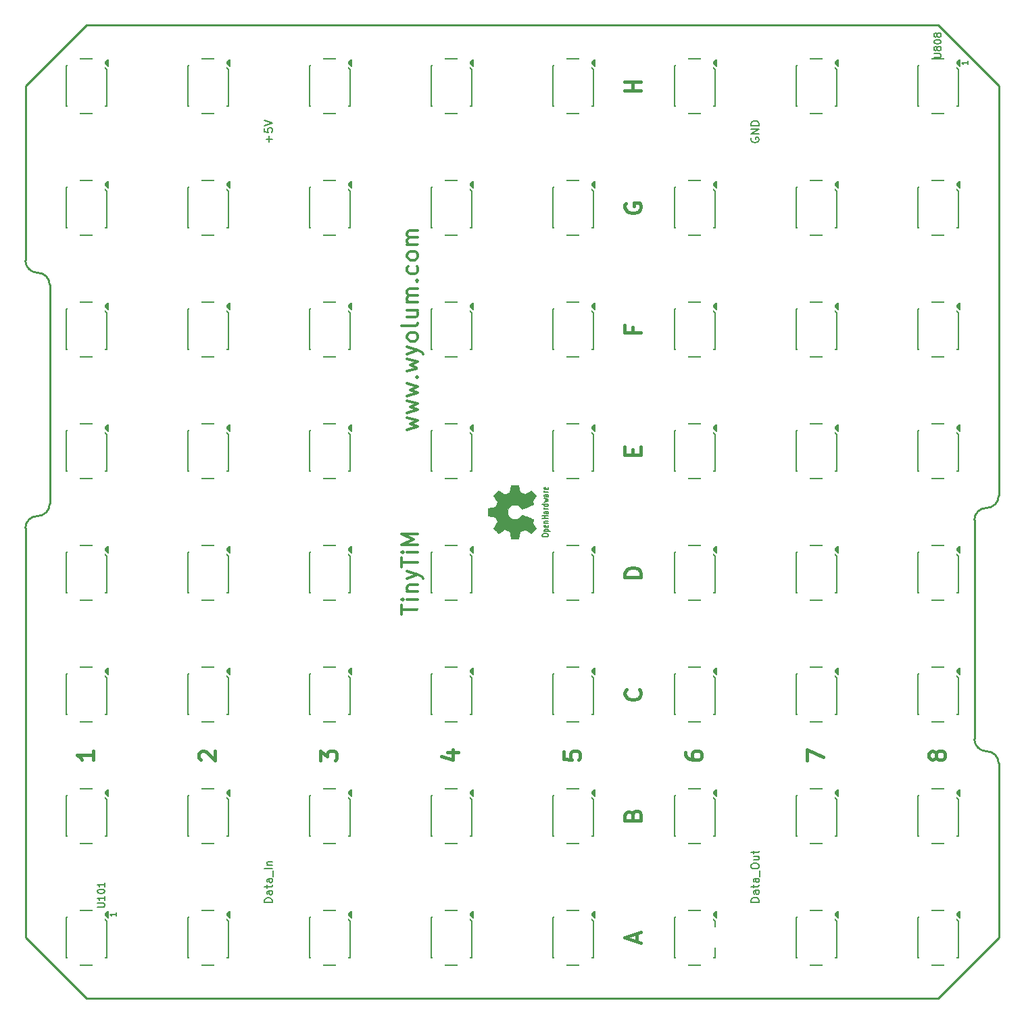
<source format=gto>
G04 #@! TF.FileFunction,Legend,Top*
%FSLAX46Y46*%
G04 Gerber Fmt 4.6, Leading zero omitted, Abs format (unit mm)*
G04 Created by KiCad (PCBNEW 0.201504141001+5596~22~ubuntu14.10.1-product) date Friday 17 April 2015 10:18:20 PM IST*
%MOMM*%
G01*
G04 APERTURE LIST*
%ADD10C,0.152400*%
%ADD11C,0.203200*%
%ADD12C,0.254000*%
%ADD13C,0.381000*%
%ADD14C,0.304800*%
%ADD15C,0.002540*%
%ADD16C,0.127000*%
%ADD17C,3.556000*%
%ADD18R,1.524000X2.032000*%
%ADD19C,6.604000*%
%ADD20C,2.540000*%
%ADD21C,1.397000*%
G04 APERTURE END LIST*
D10*
D11*
X116332000Y-39509095D02*
X116283619Y-39605857D01*
X116283619Y-39751000D01*
X116332000Y-39896142D01*
X116428762Y-39992904D01*
X116525524Y-40041285D01*
X116719048Y-40089666D01*
X116864190Y-40089666D01*
X117057714Y-40041285D01*
X117154476Y-39992904D01*
X117251238Y-39896142D01*
X117299619Y-39751000D01*
X117299619Y-39654238D01*
X117251238Y-39509095D01*
X117202857Y-39460714D01*
X116864190Y-39460714D01*
X116864190Y-39654238D01*
X117299619Y-39025285D02*
X116283619Y-39025285D01*
X117299619Y-38444714D01*
X116283619Y-38444714D01*
X117299619Y-37960904D02*
X116283619Y-37960904D01*
X116283619Y-37718999D01*
X116332000Y-37573857D01*
X116428762Y-37477095D01*
X116525524Y-37428714D01*
X116719048Y-37380333D01*
X116864190Y-37380333D01*
X117057714Y-37428714D01*
X117154476Y-37477095D01*
X117251238Y-37573857D01*
X117299619Y-37718999D01*
X117299619Y-37960904D01*
X55952571Y-40041285D02*
X55952571Y-39267190D01*
X56339619Y-39654238D02*
X55565524Y-39654238D01*
X55323619Y-38299571D02*
X55323619Y-38783380D01*
X55807429Y-38831761D01*
X55759048Y-38783380D01*
X55710667Y-38686618D01*
X55710667Y-38444714D01*
X55759048Y-38347952D01*
X55807429Y-38299571D01*
X55904190Y-38251190D01*
X56146095Y-38251190D01*
X56242857Y-38299571D01*
X56291238Y-38347952D01*
X56339619Y-38444714D01*
X56339619Y-38686618D01*
X56291238Y-38783380D01*
X56242857Y-38831761D01*
X55323619Y-37960904D02*
X56339619Y-37622237D01*
X55323619Y-37283571D01*
X117299619Y-135224761D02*
X116283619Y-135224761D01*
X116283619Y-134982856D01*
X116332000Y-134837714D01*
X116428762Y-134740952D01*
X116525524Y-134692571D01*
X116719048Y-134644190D01*
X116864190Y-134644190D01*
X117057714Y-134692571D01*
X117154476Y-134740952D01*
X117251238Y-134837714D01*
X117299619Y-134982856D01*
X117299619Y-135224761D01*
X117299619Y-133773333D02*
X116767429Y-133773333D01*
X116670667Y-133821714D01*
X116622286Y-133918476D01*
X116622286Y-134111999D01*
X116670667Y-134208761D01*
X117251238Y-133773333D02*
X117299619Y-133870095D01*
X117299619Y-134111999D01*
X117251238Y-134208761D01*
X117154476Y-134257142D01*
X117057714Y-134257142D01*
X116960952Y-134208761D01*
X116912571Y-134111999D01*
X116912571Y-133870095D01*
X116864190Y-133773333D01*
X116622286Y-133434666D02*
X116622286Y-133047618D01*
X116283619Y-133289523D02*
X117154476Y-133289523D01*
X117251238Y-133241142D01*
X117299619Y-133144380D01*
X117299619Y-133047618D01*
X117299619Y-132273524D02*
X116767429Y-132273524D01*
X116670667Y-132321905D01*
X116622286Y-132418667D01*
X116622286Y-132612190D01*
X116670667Y-132708952D01*
X117251238Y-132273524D02*
X117299619Y-132370286D01*
X117299619Y-132612190D01*
X117251238Y-132708952D01*
X117154476Y-132757333D01*
X117057714Y-132757333D01*
X116960952Y-132708952D01*
X116912571Y-132612190D01*
X116912571Y-132370286D01*
X116864190Y-132273524D01*
X117396381Y-132031619D02*
X117396381Y-131257524D01*
X116283619Y-130822095D02*
X116283619Y-130628572D01*
X116332000Y-130531810D01*
X116428762Y-130435048D01*
X116622286Y-130386667D01*
X116960952Y-130386667D01*
X117154476Y-130435048D01*
X117251238Y-130531810D01*
X117299619Y-130628572D01*
X117299619Y-130822095D01*
X117251238Y-130918857D01*
X117154476Y-131015619D01*
X116960952Y-131064000D01*
X116622286Y-131064000D01*
X116428762Y-131015619D01*
X116332000Y-130918857D01*
X116283619Y-130822095D01*
X116622286Y-129515810D02*
X117299619Y-129515810D01*
X116622286Y-129951238D02*
X117154476Y-129951238D01*
X117251238Y-129902857D01*
X117299619Y-129806095D01*
X117299619Y-129660953D01*
X117251238Y-129564191D01*
X117202857Y-129515810D01*
X116622286Y-129177143D02*
X116622286Y-128790095D01*
X116283619Y-129032000D02*
X117154476Y-129032000D01*
X117251238Y-128983619D01*
X117299619Y-128886857D01*
X117299619Y-128790095D01*
X56339619Y-135279190D02*
X55323619Y-135279190D01*
X55323619Y-135037285D01*
X55372000Y-134892143D01*
X55468762Y-134795381D01*
X55565524Y-134747000D01*
X55759048Y-134698619D01*
X55904190Y-134698619D01*
X56097714Y-134747000D01*
X56194476Y-134795381D01*
X56291238Y-134892143D01*
X56339619Y-135037285D01*
X56339619Y-135279190D01*
X56339619Y-133827762D02*
X55807429Y-133827762D01*
X55710667Y-133876143D01*
X55662286Y-133972905D01*
X55662286Y-134166428D01*
X55710667Y-134263190D01*
X56291238Y-133827762D02*
X56339619Y-133924524D01*
X56339619Y-134166428D01*
X56291238Y-134263190D01*
X56194476Y-134311571D01*
X56097714Y-134311571D01*
X56000952Y-134263190D01*
X55952571Y-134166428D01*
X55952571Y-133924524D01*
X55904190Y-133827762D01*
X55662286Y-133489095D02*
X55662286Y-133102047D01*
X55323619Y-133343952D02*
X56194476Y-133343952D01*
X56291238Y-133295571D01*
X56339619Y-133198809D01*
X56339619Y-133102047D01*
X56339619Y-132327953D02*
X55807429Y-132327953D01*
X55710667Y-132376334D01*
X55662286Y-132473096D01*
X55662286Y-132666619D01*
X55710667Y-132763381D01*
X56291238Y-132327953D02*
X56339619Y-132424715D01*
X56339619Y-132666619D01*
X56291238Y-132763381D01*
X56194476Y-132811762D01*
X56097714Y-132811762D01*
X56000952Y-132763381D01*
X55952571Y-132666619D01*
X55952571Y-132424715D01*
X55904190Y-132327953D01*
X56436381Y-132086048D02*
X56436381Y-131311953D01*
X56339619Y-131070048D02*
X55323619Y-131070048D01*
X55662286Y-130586238D02*
X56339619Y-130586238D01*
X55759048Y-130586238D02*
X55710667Y-130537857D01*
X55662286Y-130441095D01*
X55662286Y-130295953D01*
X55710667Y-130199191D01*
X55807429Y-130150810D01*
X56339619Y-130150810D01*
D12*
X147320000Y-33020000D02*
X139700000Y-25400000D01*
X147320000Y-139700000D02*
X139700000Y-147320000D01*
X25400000Y-139700000D02*
X33020000Y-147320000D01*
X33020000Y-25400000D02*
X25400000Y-33020000D01*
D13*
X139458095Y-117033524D02*
X139361333Y-117227048D01*
X139264571Y-117323809D01*
X139071048Y-117420571D01*
X138974286Y-117420571D01*
X138780762Y-117323809D01*
X138684000Y-117227048D01*
X138587238Y-117033524D01*
X138587238Y-116646476D01*
X138684000Y-116452952D01*
X138780762Y-116356190D01*
X138974286Y-116259429D01*
X139071048Y-116259429D01*
X139264571Y-116356190D01*
X139361333Y-116452952D01*
X139458095Y-116646476D01*
X139458095Y-117033524D01*
X139554857Y-117227048D01*
X139651619Y-117323809D01*
X139845143Y-117420571D01*
X140232190Y-117420571D01*
X140425714Y-117323809D01*
X140522476Y-117227048D01*
X140619238Y-117033524D01*
X140619238Y-116646476D01*
X140522476Y-116452952D01*
X140425714Y-116356190D01*
X140232190Y-116259429D01*
X139845143Y-116259429D01*
X139651619Y-116356190D01*
X139554857Y-116452952D01*
X139458095Y-116646476D01*
X123347238Y-117517333D02*
X123347238Y-116162667D01*
X125379238Y-117033524D01*
X108107238Y-116452952D02*
X108107238Y-116840000D01*
X108204000Y-117033524D01*
X108300762Y-117130286D01*
X108591048Y-117323809D01*
X108978095Y-117420571D01*
X109752190Y-117420571D01*
X109945714Y-117323809D01*
X110042476Y-117227048D01*
X110139238Y-117033524D01*
X110139238Y-116646476D01*
X110042476Y-116452952D01*
X109945714Y-116356190D01*
X109752190Y-116259429D01*
X109268381Y-116259429D01*
X109074857Y-116356190D01*
X108978095Y-116452952D01*
X108881333Y-116646476D01*
X108881333Y-117033524D01*
X108978095Y-117227048D01*
X109074857Y-117323809D01*
X109268381Y-117420571D01*
X92867238Y-116356190D02*
X92867238Y-117323809D01*
X93834857Y-117420571D01*
X93738095Y-117323809D01*
X93641333Y-117130286D01*
X93641333Y-116646476D01*
X93738095Y-116452952D01*
X93834857Y-116356190D01*
X94028381Y-116259429D01*
X94512190Y-116259429D01*
X94705714Y-116356190D01*
X94802476Y-116452952D01*
X94899238Y-116646476D01*
X94899238Y-117130286D01*
X94802476Y-117323809D01*
X94705714Y-117420571D01*
X78304571Y-116452952D02*
X79659238Y-116452952D01*
X77530476Y-116936762D02*
X78981905Y-117420571D01*
X78981905Y-116162667D01*
X62387238Y-117517333D02*
X62387238Y-116259429D01*
X63161333Y-116936762D01*
X63161333Y-116646476D01*
X63258095Y-116452952D01*
X63354857Y-116356190D01*
X63548381Y-116259429D01*
X64032190Y-116259429D01*
X64225714Y-116356190D01*
X64322476Y-116452952D01*
X64419238Y-116646476D01*
X64419238Y-117227048D01*
X64322476Y-117420571D01*
X64225714Y-117517333D01*
X47340762Y-117420571D02*
X47244000Y-117323809D01*
X47147238Y-117130286D01*
X47147238Y-116646476D01*
X47244000Y-116452952D01*
X47340762Y-116356190D01*
X47534286Y-116259429D01*
X47727810Y-116259429D01*
X48018095Y-116356190D01*
X49179238Y-117517333D01*
X49179238Y-116259429D01*
X33939238Y-116259429D02*
X33939238Y-117420571D01*
X33939238Y-116840000D02*
X31907238Y-116840000D01*
X32197524Y-117033524D01*
X32391048Y-117227048D01*
X32487810Y-117420571D01*
D12*
X147320000Y-117856000D02*
G75*
G03X145796000Y-116332000I-1524000J0D01*
G01*
X144272000Y-114808000D02*
G75*
G03X145796000Y-116332000I1524000J0D01*
G01*
X145796000Y-85852000D02*
G75*
G03X144272000Y-87376000I0J-1524000D01*
G01*
X145796000Y-85852000D02*
G75*
G03X147320000Y-84328000I0J1524000D01*
G01*
X25400000Y-54864000D02*
G75*
G03X26924000Y-56388000I1524000J0D01*
G01*
X28448000Y-57912000D02*
G75*
G03X26924000Y-56388000I-1524000J0D01*
G01*
X26924000Y-86868000D02*
G75*
G03X25400000Y-88392000I0J-1524000D01*
G01*
X26924000Y-86868000D02*
G75*
G03X28448000Y-85344000I0J1524000D01*
G01*
X147320000Y-84328000D02*
X147320000Y-33020000D01*
X147320000Y-117856000D02*
X147320000Y-139700000D01*
X25400000Y-88392000D02*
X25400000Y-139700000D01*
X25400000Y-54864000D02*
X25400000Y-33020000D01*
X144272000Y-101092000D02*
X144272000Y-114808000D01*
X144272000Y-101092000D02*
X144272000Y-87376000D01*
X28448000Y-71628000D02*
X28448000Y-85344000D01*
X28448000Y-71628000D02*
X28448000Y-57912000D01*
X139700000Y-147320000D02*
X33020000Y-147320000D01*
X33020000Y-25400000D02*
X139700000Y-25400000D01*
D13*
X102519238Y-33600571D02*
X100487238Y-33600571D01*
X101454857Y-33600571D02*
X101454857Y-32439429D01*
X102519238Y-32439429D02*
X100487238Y-32439429D01*
X100584000Y-47727810D02*
X100487238Y-47921333D01*
X100487238Y-48211619D01*
X100584000Y-48501905D01*
X100777524Y-48695429D01*
X100971048Y-48792190D01*
X101358095Y-48888952D01*
X101648381Y-48888952D01*
X102035429Y-48792190D01*
X102228952Y-48695429D01*
X102422476Y-48501905D01*
X102519238Y-48211619D01*
X102519238Y-48018095D01*
X102422476Y-47727810D01*
X102325714Y-47631048D01*
X101648381Y-47631048D01*
X101648381Y-48018095D01*
X101454857Y-63209714D02*
X101454857Y-63887047D01*
X102519238Y-63887047D02*
X100487238Y-63887047D01*
X100487238Y-62919428D01*
X101454857Y-79175428D02*
X101454857Y-78498095D01*
X102519238Y-78207809D02*
X102519238Y-79175428D01*
X100487238Y-79175428D01*
X100487238Y-78207809D01*
X102519238Y-94512190D02*
X100487238Y-94512190D01*
X100487238Y-94028381D01*
X100584000Y-93738095D01*
X100777524Y-93544571D01*
X100971048Y-93447810D01*
X101358095Y-93351048D01*
X101648381Y-93351048D01*
X102035429Y-93447810D01*
X102228952Y-93544571D01*
X102422476Y-93738095D01*
X102519238Y-94028381D01*
X102519238Y-94512190D01*
X102325714Y-108591048D02*
X102422476Y-108687810D01*
X102519238Y-108978095D01*
X102519238Y-109171619D01*
X102422476Y-109461905D01*
X102228952Y-109655429D01*
X102035429Y-109752190D01*
X101648381Y-109848952D01*
X101358095Y-109848952D01*
X100971048Y-109752190D01*
X100777524Y-109655429D01*
X100584000Y-109461905D01*
X100487238Y-109171619D01*
X100487238Y-108978095D01*
X100584000Y-108687810D01*
X100680762Y-108591048D01*
X101454857Y-124314857D02*
X101551619Y-124024571D01*
X101648381Y-123927810D01*
X101841905Y-123831048D01*
X102132190Y-123831048D01*
X102325714Y-123927810D01*
X102422476Y-124024571D01*
X102519238Y-124218095D01*
X102519238Y-124992190D01*
X100487238Y-124992190D01*
X100487238Y-124314857D01*
X100584000Y-124121333D01*
X100680762Y-124024571D01*
X100874286Y-123927810D01*
X101067810Y-123927810D01*
X101261333Y-124024571D01*
X101358095Y-124121333D01*
X101454857Y-124314857D01*
X101454857Y-124992190D01*
X101938667Y-140183809D02*
X101938667Y-139216190D01*
X102519238Y-140377333D02*
X100487238Y-139700000D01*
X102519238Y-139022667D01*
D14*
X73224571Y-76079046D02*
X74579238Y-75691999D01*
X73611619Y-75304951D01*
X74579238Y-74917903D01*
X73224571Y-74530856D01*
X73224571Y-73950284D02*
X74579238Y-73563237D01*
X73611619Y-73176189D01*
X74579238Y-72789141D01*
X73224571Y-72402094D01*
X73224571Y-71821522D02*
X74579238Y-71434475D01*
X73611619Y-71047427D01*
X74579238Y-70660379D01*
X73224571Y-70273332D01*
X74385714Y-69499236D02*
X74482476Y-69402475D01*
X74579238Y-69499236D01*
X74482476Y-69595998D01*
X74385714Y-69499236D01*
X74579238Y-69499236D01*
X73224571Y-68725141D02*
X74579238Y-68338094D01*
X73611619Y-67951046D01*
X74579238Y-67563998D01*
X73224571Y-67176951D01*
X73224571Y-66596379D02*
X74579238Y-66112570D01*
X73224571Y-65628760D02*
X74579238Y-66112570D01*
X75063048Y-66306094D01*
X75159810Y-66402855D01*
X75256571Y-66596379D01*
X74579238Y-64564380D02*
X74482476Y-64757904D01*
X74385714Y-64854665D01*
X74192190Y-64951427D01*
X73611619Y-64951427D01*
X73418095Y-64854665D01*
X73321333Y-64757904D01*
X73224571Y-64564380D01*
X73224571Y-64274094D01*
X73321333Y-64080570D01*
X73418095Y-63983808D01*
X73611619Y-63887046D01*
X74192190Y-63887046D01*
X74385714Y-63983808D01*
X74482476Y-64080570D01*
X74579238Y-64274094D01*
X74579238Y-64564380D01*
X74579238Y-62725904D02*
X74482476Y-62919428D01*
X74288952Y-63016189D01*
X72547238Y-63016189D01*
X73224571Y-61080951D02*
X74579238Y-61080951D01*
X73224571Y-61951808D02*
X74288952Y-61951808D01*
X74482476Y-61855047D01*
X74579238Y-61661523D01*
X74579238Y-61371237D01*
X74482476Y-61177713D01*
X74385714Y-61080951D01*
X74579238Y-60113332D02*
X73224571Y-60113332D01*
X73418095Y-60113332D02*
X73321333Y-60016571D01*
X73224571Y-59823047D01*
X73224571Y-59532761D01*
X73321333Y-59339237D01*
X73514857Y-59242475D01*
X74579238Y-59242475D01*
X73514857Y-59242475D02*
X73321333Y-59145713D01*
X73224571Y-58952190D01*
X73224571Y-58661904D01*
X73321333Y-58468380D01*
X73514857Y-58371618D01*
X74579238Y-58371618D01*
X74385714Y-57403999D02*
X74482476Y-57307238D01*
X74579238Y-57403999D01*
X74482476Y-57500761D01*
X74385714Y-57403999D01*
X74579238Y-57403999D01*
X74482476Y-55565523D02*
X74579238Y-55759047D01*
X74579238Y-56146095D01*
X74482476Y-56339619D01*
X74385714Y-56436380D01*
X74192190Y-56533142D01*
X73611619Y-56533142D01*
X73418095Y-56436380D01*
X73321333Y-56339619D01*
X73224571Y-56146095D01*
X73224571Y-55759047D01*
X73321333Y-55565523D01*
X74579238Y-54404381D02*
X74482476Y-54597905D01*
X74385714Y-54694666D01*
X74192190Y-54791428D01*
X73611619Y-54791428D01*
X73418095Y-54694666D01*
X73321333Y-54597905D01*
X73224571Y-54404381D01*
X73224571Y-54114095D01*
X73321333Y-53920571D01*
X73418095Y-53823809D01*
X73611619Y-53727047D01*
X74192190Y-53727047D01*
X74385714Y-53823809D01*
X74482476Y-53920571D01*
X74579238Y-54114095D01*
X74579238Y-54404381D01*
X74579238Y-52856190D02*
X73224571Y-52856190D01*
X73418095Y-52856190D02*
X73321333Y-52759429D01*
X73224571Y-52565905D01*
X73224571Y-52275619D01*
X73321333Y-52082095D01*
X73514857Y-51985333D01*
X74579238Y-51985333D01*
X73514857Y-51985333D02*
X73321333Y-51888571D01*
X73224571Y-51695048D01*
X73224571Y-51404762D01*
X73321333Y-51211238D01*
X73514857Y-51114476D01*
X74579238Y-51114476D01*
X72547238Y-99156761D02*
X72547238Y-97995618D01*
X74579238Y-98576190D02*
X72547238Y-98576190D01*
X74579238Y-97318285D02*
X73224571Y-97318285D01*
X72547238Y-97318285D02*
X72644000Y-97415047D01*
X72740762Y-97318285D01*
X72644000Y-97221524D01*
X72547238Y-97318285D01*
X72740762Y-97318285D01*
X73224571Y-96350666D02*
X74579238Y-96350666D01*
X73418095Y-96350666D02*
X73321333Y-96253905D01*
X73224571Y-96060381D01*
X73224571Y-95770095D01*
X73321333Y-95576571D01*
X73514857Y-95479809D01*
X74579238Y-95479809D01*
X73224571Y-94705714D02*
X74579238Y-94221905D01*
X73224571Y-93738095D02*
X74579238Y-94221905D01*
X75063048Y-94415429D01*
X75159810Y-94512190D01*
X75256571Y-94705714D01*
X72547238Y-93254286D02*
X72547238Y-92093143D01*
X74579238Y-92673715D02*
X72547238Y-92673715D01*
X74579238Y-91415810D02*
X73224571Y-91415810D01*
X72547238Y-91415810D02*
X72644000Y-91512572D01*
X72740762Y-91415810D01*
X72644000Y-91319049D01*
X72547238Y-91415810D01*
X72740762Y-91415810D01*
X74579238Y-90448191D02*
X72547238Y-90448191D01*
X73998667Y-89770858D01*
X72547238Y-89093525D01*
X74579238Y-89093525D01*
D15*
G36*
X89359740Y-88384380D02*
X89339420Y-88348820D01*
X89291160Y-88270080D01*
X89217500Y-88158320D01*
X89131140Y-88026240D01*
X89039700Y-87894160D01*
X88968580Y-87784940D01*
X88917780Y-87708740D01*
X88900000Y-87678260D01*
X88907620Y-87660480D01*
X88938100Y-87596980D01*
X88983820Y-87508080D01*
X89011760Y-87454740D01*
X89047320Y-87370920D01*
X89054940Y-87327740D01*
X89044780Y-87322660D01*
X88981280Y-87292180D01*
X88872060Y-87243920D01*
X88727280Y-87180420D01*
X88557100Y-87106760D01*
X88374220Y-87030560D01*
X88188800Y-86951820D01*
X88011000Y-86878160D01*
X87850980Y-86814660D01*
X87718900Y-86761320D01*
X87630000Y-86725760D01*
X87591900Y-86713060D01*
X87581740Y-86718140D01*
X87541100Y-86758780D01*
X87487760Y-86832440D01*
X87358220Y-86989920D01*
X87165180Y-87147400D01*
X86944200Y-87241380D01*
X86697820Y-87274400D01*
X86469220Y-87246460D01*
X86250780Y-87157560D01*
X86055200Y-87005160D01*
X85907880Y-86819740D01*
X85816440Y-86603840D01*
X85785960Y-86360000D01*
X85811360Y-86128860D01*
X85900260Y-85905340D01*
X86050120Y-85707220D01*
X86146640Y-85623400D01*
X86344760Y-85509100D01*
X86558120Y-85445600D01*
X86614000Y-85437980D01*
X86847680Y-85448140D01*
X87071200Y-85516720D01*
X87271860Y-85641180D01*
X87436960Y-85811360D01*
X87452200Y-85834220D01*
X87513160Y-85912960D01*
X87553800Y-85966300D01*
X87586820Y-86009480D01*
X88305640Y-85709760D01*
X88419940Y-85661500D01*
X88618060Y-85580220D01*
X88785700Y-85509100D01*
X88920320Y-85450680D01*
X89011760Y-85410040D01*
X89047320Y-85392260D01*
X89049860Y-85392260D01*
X89054940Y-85364320D01*
X89034620Y-85310980D01*
X88986360Y-85209380D01*
X88950800Y-85143340D01*
X88915240Y-85067140D01*
X88900000Y-85031580D01*
X88917780Y-85003640D01*
X88963500Y-84929980D01*
X89034620Y-84823300D01*
X89123520Y-84693760D01*
X89207340Y-84571840D01*
X89281000Y-84460080D01*
X89334340Y-84378800D01*
X89354660Y-84338160D01*
X89354660Y-84333080D01*
X89334340Y-84297520D01*
X89281000Y-84231480D01*
X89189560Y-84134960D01*
X89052400Y-83995260D01*
X89029540Y-83974940D01*
X88915240Y-83860640D01*
X88818720Y-83769200D01*
X88747600Y-83705700D01*
X88717120Y-83682840D01*
X88717120Y-83682840D01*
X88679020Y-83703160D01*
X88595200Y-83756500D01*
X88480900Y-83830160D01*
X88348820Y-83921600D01*
X88003380Y-84160360D01*
X87675720Y-84028280D01*
X87576660Y-83987640D01*
X87454740Y-83936840D01*
X87368380Y-83898740D01*
X87330280Y-83880960D01*
X87317580Y-83845400D01*
X87297260Y-83756500D01*
X87269320Y-83626960D01*
X87241380Y-83472020D01*
X87213440Y-83324700D01*
X87188040Y-83192620D01*
X87170260Y-83096100D01*
X87162640Y-83052920D01*
X87155020Y-83042760D01*
X87134700Y-83032600D01*
X87088980Y-83027520D01*
X87007700Y-83024980D01*
X86880700Y-83022440D01*
X86697820Y-83022440D01*
X86677500Y-83022440D01*
X86502240Y-83024980D01*
X86362540Y-83027520D01*
X86271100Y-83032600D01*
X86235540Y-83037680D01*
X86235540Y-83037680D01*
X86225380Y-83080860D01*
X86205060Y-83174840D01*
X86179660Y-83306920D01*
X86149180Y-83464400D01*
X86146640Y-83474560D01*
X86116160Y-83632040D01*
X86088220Y-83766660D01*
X86067900Y-83858100D01*
X86055200Y-83896200D01*
X86045040Y-83906360D01*
X85981540Y-83936840D01*
X85885020Y-83982560D01*
X85765640Y-84035900D01*
X85641180Y-84086700D01*
X85529420Y-84129880D01*
X85445600Y-84160360D01*
X85407500Y-84170520D01*
X85407500Y-84170520D01*
X85369400Y-84145120D01*
X85288120Y-84091780D01*
X85173820Y-84015580D01*
X85039200Y-83921600D01*
X85029040Y-83916520D01*
X84896960Y-83825080D01*
X84782660Y-83751420D01*
X84701380Y-83703160D01*
X84665820Y-83682840D01*
X84663280Y-83685380D01*
X84625180Y-83713320D01*
X84548980Y-83781900D01*
X84447380Y-83878420D01*
X84328000Y-83995260D01*
X84292440Y-84033360D01*
X84165440Y-84162900D01*
X84081620Y-84254340D01*
X84038440Y-84310220D01*
X84028280Y-84335620D01*
X84028280Y-84338160D01*
X84053680Y-84378800D01*
X84109560Y-84462620D01*
X84185760Y-84576920D01*
X84277200Y-84711540D01*
X84284820Y-84721700D01*
X84376260Y-84853780D01*
X84449920Y-84965540D01*
X84503260Y-85044280D01*
X84523580Y-85079840D01*
X84523580Y-85084920D01*
X84508340Y-85140800D01*
X84475320Y-85234780D01*
X84429600Y-85351620D01*
X84378800Y-85476080D01*
X84333080Y-85587840D01*
X84294980Y-85671660D01*
X84272120Y-85709760D01*
X84269580Y-85712300D01*
X84221320Y-85725000D01*
X84122260Y-85747860D01*
X83985100Y-85778340D01*
X83820000Y-85808820D01*
X83794600Y-85813900D01*
X83634580Y-85844380D01*
X83505040Y-85869780D01*
X83413600Y-85887560D01*
X83375500Y-85897720D01*
X83370420Y-85920580D01*
X83365340Y-85996780D01*
X83362800Y-86116160D01*
X83360260Y-86258400D01*
X83360260Y-86410800D01*
X83365340Y-86558120D01*
X83367880Y-86682580D01*
X83375500Y-86774020D01*
X83383120Y-86812120D01*
X83385660Y-86812120D01*
X83433920Y-86827360D01*
X83532980Y-86847680D01*
X83672680Y-86875620D01*
X83835240Y-86908640D01*
X83865720Y-86913720D01*
X84023200Y-86944200D01*
X84152740Y-86969600D01*
X84244180Y-86989920D01*
X84279740Y-87000080D01*
X84287360Y-87012780D01*
X84315300Y-87078820D01*
X84358480Y-87185500D01*
X84411820Y-87317580D01*
X84536280Y-87622380D01*
X84279740Y-87998300D01*
X84256880Y-88031320D01*
X84162900Y-88165940D01*
X84089240Y-88277700D01*
X84040980Y-88353900D01*
X84023200Y-88386920D01*
X84023200Y-88389460D01*
X84056220Y-88427560D01*
X84124800Y-88501220D01*
X84223860Y-88602820D01*
X84343240Y-88719660D01*
X84429600Y-88808560D01*
X84533740Y-88910160D01*
X84604860Y-88976200D01*
X84650580Y-89011760D01*
X84678520Y-89024460D01*
X84696300Y-89021920D01*
X84734400Y-88996520D01*
X84818220Y-88943180D01*
X84929980Y-88864440D01*
X85064600Y-88773000D01*
X85173820Y-88699340D01*
X85300820Y-88618060D01*
X85389720Y-88564720D01*
X85432900Y-88546940D01*
X85453220Y-88552020D01*
X85524340Y-88577420D01*
X85636100Y-88620600D01*
X85768180Y-88679020D01*
X86065360Y-88808560D01*
X86103460Y-89001600D01*
X86123780Y-89120980D01*
X86156800Y-89286080D01*
X86187280Y-89443560D01*
X86235540Y-89689940D01*
X87139780Y-89697560D01*
X87155020Y-89659460D01*
X87165180Y-89623900D01*
X87185500Y-89532460D01*
X87210900Y-89402920D01*
X87238840Y-89247980D01*
X87264240Y-89118440D01*
X87289640Y-88986360D01*
X87307420Y-88889840D01*
X87317580Y-88849200D01*
X87330280Y-88839040D01*
X87393780Y-88806020D01*
X87495380Y-88757760D01*
X87617300Y-88706960D01*
X87744300Y-88653620D01*
X87861140Y-88607900D01*
X87950040Y-88574880D01*
X87998300Y-88562180D01*
X88031320Y-88579960D01*
X88110060Y-88630760D01*
X88219280Y-88701880D01*
X88351360Y-88793320D01*
X88480900Y-88882220D01*
X88595200Y-88958420D01*
X88673940Y-89009220D01*
X88712040Y-89032080D01*
X88737440Y-89021920D01*
X88800940Y-88968580D01*
X88902540Y-88869520D01*
X89047320Y-88722200D01*
X89070180Y-88699340D01*
X89184480Y-88582500D01*
X89275920Y-88483440D01*
X89336880Y-88414860D01*
X89359740Y-88384380D01*
X89359740Y-88384380D01*
G37*
X89359740Y-88384380D02*
X89339420Y-88348820D01*
X89291160Y-88270080D01*
X89217500Y-88158320D01*
X89131140Y-88026240D01*
X89039700Y-87894160D01*
X88968580Y-87784940D01*
X88917780Y-87708740D01*
X88900000Y-87678260D01*
X88907620Y-87660480D01*
X88938100Y-87596980D01*
X88983820Y-87508080D01*
X89011760Y-87454740D01*
X89047320Y-87370920D01*
X89054940Y-87327740D01*
X89044780Y-87322660D01*
X88981280Y-87292180D01*
X88872060Y-87243920D01*
X88727280Y-87180420D01*
X88557100Y-87106760D01*
X88374220Y-87030560D01*
X88188800Y-86951820D01*
X88011000Y-86878160D01*
X87850980Y-86814660D01*
X87718900Y-86761320D01*
X87630000Y-86725760D01*
X87591900Y-86713060D01*
X87581740Y-86718140D01*
X87541100Y-86758780D01*
X87487760Y-86832440D01*
X87358220Y-86989920D01*
X87165180Y-87147400D01*
X86944200Y-87241380D01*
X86697820Y-87274400D01*
X86469220Y-87246460D01*
X86250780Y-87157560D01*
X86055200Y-87005160D01*
X85907880Y-86819740D01*
X85816440Y-86603840D01*
X85785960Y-86360000D01*
X85811360Y-86128860D01*
X85900260Y-85905340D01*
X86050120Y-85707220D01*
X86146640Y-85623400D01*
X86344760Y-85509100D01*
X86558120Y-85445600D01*
X86614000Y-85437980D01*
X86847680Y-85448140D01*
X87071200Y-85516720D01*
X87271860Y-85641180D01*
X87436960Y-85811360D01*
X87452200Y-85834220D01*
X87513160Y-85912960D01*
X87553800Y-85966300D01*
X87586820Y-86009480D01*
X88305640Y-85709760D01*
X88419940Y-85661500D01*
X88618060Y-85580220D01*
X88785700Y-85509100D01*
X88920320Y-85450680D01*
X89011760Y-85410040D01*
X89047320Y-85392260D01*
X89049860Y-85392260D01*
X89054940Y-85364320D01*
X89034620Y-85310980D01*
X88986360Y-85209380D01*
X88950800Y-85143340D01*
X88915240Y-85067140D01*
X88900000Y-85031580D01*
X88917780Y-85003640D01*
X88963500Y-84929980D01*
X89034620Y-84823300D01*
X89123520Y-84693760D01*
X89207340Y-84571840D01*
X89281000Y-84460080D01*
X89334340Y-84378800D01*
X89354660Y-84338160D01*
X89354660Y-84333080D01*
X89334340Y-84297520D01*
X89281000Y-84231480D01*
X89189560Y-84134960D01*
X89052400Y-83995260D01*
X89029540Y-83974940D01*
X88915240Y-83860640D01*
X88818720Y-83769200D01*
X88747600Y-83705700D01*
X88717120Y-83682840D01*
X88717120Y-83682840D01*
X88679020Y-83703160D01*
X88595200Y-83756500D01*
X88480900Y-83830160D01*
X88348820Y-83921600D01*
X88003380Y-84160360D01*
X87675720Y-84028280D01*
X87576660Y-83987640D01*
X87454740Y-83936840D01*
X87368380Y-83898740D01*
X87330280Y-83880960D01*
X87317580Y-83845400D01*
X87297260Y-83756500D01*
X87269320Y-83626960D01*
X87241380Y-83472020D01*
X87213440Y-83324700D01*
X87188040Y-83192620D01*
X87170260Y-83096100D01*
X87162640Y-83052920D01*
X87155020Y-83042760D01*
X87134700Y-83032600D01*
X87088980Y-83027520D01*
X87007700Y-83024980D01*
X86880700Y-83022440D01*
X86697820Y-83022440D01*
X86677500Y-83022440D01*
X86502240Y-83024980D01*
X86362540Y-83027520D01*
X86271100Y-83032600D01*
X86235540Y-83037680D01*
X86235540Y-83037680D01*
X86225380Y-83080860D01*
X86205060Y-83174840D01*
X86179660Y-83306920D01*
X86149180Y-83464400D01*
X86146640Y-83474560D01*
X86116160Y-83632040D01*
X86088220Y-83766660D01*
X86067900Y-83858100D01*
X86055200Y-83896200D01*
X86045040Y-83906360D01*
X85981540Y-83936840D01*
X85885020Y-83982560D01*
X85765640Y-84035900D01*
X85641180Y-84086700D01*
X85529420Y-84129880D01*
X85445600Y-84160360D01*
X85407500Y-84170520D01*
X85407500Y-84170520D01*
X85369400Y-84145120D01*
X85288120Y-84091780D01*
X85173820Y-84015580D01*
X85039200Y-83921600D01*
X85029040Y-83916520D01*
X84896960Y-83825080D01*
X84782660Y-83751420D01*
X84701380Y-83703160D01*
X84665820Y-83682840D01*
X84663280Y-83685380D01*
X84625180Y-83713320D01*
X84548980Y-83781900D01*
X84447380Y-83878420D01*
X84328000Y-83995260D01*
X84292440Y-84033360D01*
X84165440Y-84162900D01*
X84081620Y-84254340D01*
X84038440Y-84310220D01*
X84028280Y-84335620D01*
X84028280Y-84338160D01*
X84053680Y-84378800D01*
X84109560Y-84462620D01*
X84185760Y-84576920D01*
X84277200Y-84711540D01*
X84284820Y-84721700D01*
X84376260Y-84853780D01*
X84449920Y-84965540D01*
X84503260Y-85044280D01*
X84523580Y-85079840D01*
X84523580Y-85084920D01*
X84508340Y-85140800D01*
X84475320Y-85234780D01*
X84429600Y-85351620D01*
X84378800Y-85476080D01*
X84333080Y-85587840D01*
X84294980Y-85671660D01*
X84272120Y-85709760D01*
X84269580Y-85712300D01*
X84221320Y-85725000D01*
X84122260Y-85747860D01*
X83985100Y-85778340D01*
X83820000Y-85808820D01*
X83794600Y-85813900D01*
X83634580Y-85844380D01*
X83505040Y-85869780D01*
X83413600Y-85887560D01*
X83375500Y-85897720D01*
X83370420Y-85920580D01*
X83365340Y-85996780D01*
X83362800Y-86116160D01*
X83360260Y-86258400D01*
X83360260Y-86410800D01*
X83365340Y-86558120D01*
X83367880Y-86682580D01*
X83375500Y-86774020D01*
X83383120Y-86812120D01*
X83385660Y-86812120D01*
X83433920Y-86827360D01*
X83532980Y-86847680D01*
X83672680Y-86875620D01*
X83835240Y-86908640D01*
X83865720Y-86913720D01*
X84023200Y-86944200D01*
X84152740Y-86969600D01*
X84244180Y-86989920D01*
X84279740Y-87000080D01*
X84287360Y-87012780D01*
X84315300Y-87078820D01*
X84358480Y-87185500D01*
X84411820Y-87317580D01*
X84536280Y-87622380D01*
X84279740Y-87998300D01*
X84256880Y-88031320D01*
X84162900Y-88165940D01*
X84089240Y-88277700D01*
X84040980Y-88353900D01*
X84023200Y-88386920D01*
X84023200Y-88389460D01*
X84056220Y-88427560D01*
X84124800Y-88501220D01*
X84223860Y-88602820D01*
X84343240Y-88719660D01*
X84429600Y-88808560D01*
X84533740Y-88910160D01*
X84604860Y-88976200D01*
X84650580Y-89011760D01*
X84678520Y-89024460D01*
X84696300Y-89021920D01*
X84734400Y-88996520D01*
X84818220Y-88943180D01*
X84929980Y-88864440D01*
X85064600Y-88773000D01*
X85173820Y-88699340D01*
X85300820Y-88618060D01*
X85389720Y-88564720D01*
X85432900Y-88546940D01*
X85453220Y-88552020D01*
X85524340Y-88577420D01*
X85636100Y-88620600D01*
X85768180Y-88679020D01*
X86065360Y-88808560D01*
X86103460Y-89001600D01*
X86123780Y-89120980D01*
X86156800Y-89286080D01*
X86187280Y-89443560D01*
X86235540Y-89689940D01*
X87139780Y-89697560D01*
X87155020Y-89659460D01*
X87165180Y-89623900D01*
X87185500Y-89532460D01*
X87210900Y-89402920D01*
X87238840Y-89247980D01*
X87264240Y-89118440D01*
X87289640Y-88986360D01*
X87307420Y-88889840D01*
X87317580Y-88849200D01*
X87330280Y-88839040D01*
X87393780Y-88806020D01*
X87495380Y-88757760D01*
X87617300Y-88706960D01*
X87744300Y-88653620D01*
X87861140Y-88607900D01*
X87950040Y-88574880D01*
X87998300Y-88562180D01*
X88031320Y-88579960D01*
X88110060Y-88630760D01*
X88219280Y-88701880D01*
X88351360Y-88793320D01*
X88480900Y-88882220D01*
X88595200Y-88958420D01*
X88673940Y-89009220D01*
X88712040Y-89032080D01*
X88737440Y-89021920D01*
X88800940Y-88968580D01*
X88902540Y-88869520D01*
X89047320Y-88722200D01*
X89070180Y-88699340D01*
X89184480Y-88582500D01*
X89275920Y-88483440D01*
X89336880Y-88414860D01*
X89359740Y-88384380D01*
D16*
X126809500Y-30162500D02*
X126809500Y-30035500D01*
X126936500Y-30226000D02*
X126936500Y-29972000D01*
X127063500Y-30353000D02*
X127063500Y-29845000D01*
X126746000Y-30099000D02*
X127190500Y-29654500D01*
X127190500Y-29654500D02*
X127190500Y-30543500D01*
X127190500Y-30543500D02*
X126746000Y-30099000D01*
X127000000Y-30988000D02*
X126746000Y-30734000D01*
X126492000Y-36449000D02*
X122428000Y-36449000D01*
X126492000Y-29591000D02*
X122428000Y-29591000D01*
X121920000Y-30480000D02*
X122174000Y-30480000D01*
X127000000Y-35560000D02*
X126746000Y-35560000D01*
X121920000Y-35560000D02*
X122174000Y-35560000D01*
X127000000Y-30988000D02*
X127000000Y-33020000D01*
X127000000Y-33020000D02*
X127000000Y-35560000D01*
X121920000Y-35560000D02*
X121920000Y-33020000D01*
X121920000Y-33020000D02*
X121920000Y-30480000D01*
X111569500Y-30162500D02*
X111569500Y-30035500D01*
X111696500Y-30226000D02*
X111696500Y-29972000D01*
X111823500Y-30353000D02*
X111823500Y-29845000D01*
X111506000Y-30099000D02*
X111950500Y-29654500D01*
X111950500Y-29654500D02*
X111950500Y-30543500D01*
X111950500Y-30543500D02*
X111506000Y-30099000D01*
X111760000Y-30988000D02*
X111506000Y-30734000D01*
X111252000Y-36449000D02*
X107188000Y-36449000D01*
X111252000Y-29591000D02*
X107188000Y-29591000D01*
X106680000Y-30480000D02*
X106934000Y-30480000D01*
X111760000Y-35560000D02*
X111506000Y-35560000D01*
X106680000Y-35560000D02*
X106934000Y-35560000D01*
X111760000Y-30988000D02*
X111760000Y-33020000D01*
X111760000Y-33020000D02*
X111760000Y-35560000D01*
X106680000Y-35560000D02*
X106680000Y-33020000D01*
X106680000Y-33020000D02*
X106680000Y-30480000D01*
X96329500Y-30162500D02*
X96329500Y-30035500D01*
X96456500Y-30226000D02*
X96456500Y-29972000D01*
X96583500Y-30353000D02*
X96583500Y-29845000D01*
X96266000Y-30099000D02*
X96710500Y-29654500D01*
X96710500Y-29654500D02*
X96710500Y-30543500D01*
X96710500Y-30543500D02*
X96266000Y-30099000D01*
X96520000Y-30988000D02*
X96266000Y-30734000D01*
X96012000Y-36449000D02*
X91948000Y-36449000D01*
X96012000Y-29591000D02*
X91948000Y-29591000D01*
X91440000Y-30480000D02*
X91694000Y-30480000D01*
X96520000Y-35560000D02*
X96266000Y-35560000D01*
X91440000Y-35560000D02*
X91694000Y-35560000D01*
X96520000Y-30988000D02*
X96520000Y-33020000D01*
X96520000Y-33020000D02*
X96520000Y-35560000D01*
X91440000Y-35560000D02*
X91440000Y-33020000D01*
X91440000Y-33020000D02*
X91440000Y-30480000D01*
X81089500Y-30162500D02*
X81089500Y-30035500D01*
X81216500Y-30226000D02*
X81216500Y-29972000D01*
X81343500Y-30353000D02*
X81343500Y-29845000D01*
X81026000Y-30099000D02*
X81470500Y-29654500D01*
X81470500Y-29654500D02*
X81470500Y-30543500D01*
X81470500Y-30543500D02*
X81026000Y-30099000D01*
X81280000Y-30988000D02*
X81026000Y-30734000D01*
X80772000Y-36449000D02*
X76708000Y-36449000D01*
X80772000Y-29591000D02*
X76708000Y-29591000D01*
X76200000Y-30480000D02*
X76454000Y-30480000D01*
X81280000Y-35560000D02*
X81026000Y-35560000D01*
X76200000Y-35560000D02*
X76454000Y-35560000D01*
X81280000Y-30988000D02*
X81280000Y-33020000D01*
X81280000Y-33020000D02*
X81280000Y-35560000D01*
X76200000Y-35560000D02*
X76200000Y-33020000D01*
X76200000Y-33020000D02*
X76200000Y-30480000D01*
X65849500Y-30162500D02*
X65849500Y-30035500D01*
X65976500Y-30226000D02*
X65976500Y-29972000D01*
X66103500Y-30353000D02*
X66103500Y-29845000D01*
X65786000Y-30099000D02*
X66230500Y-29654500D01*
X66230500Y-29654500D02*
X66230500Y-30543500D01*
X66230500Y-30543500D02*
X65786000Y-30099000D01*
X66040000Y-30988000D02*
X65786000Y-30734000D01*
X65532000Y-36449000D02*
X61468000Y-36449000D01*
X65532000Y-29591000D02*
X61468000Y-29591000D01*
X60960000Y-30480000D02*
X61214000Y-30480000D01*
X66040000Y-35560000D02*
X65786000Y-35560000D01*
X60960000Y-35560000D02*
X61214000Y-35560000D01*
X66040000Y-30988000D02*
X66040000Y-33020000D01*
X66040000Y-33020000D02*
X66040000Y-35560000D01*
X60960000Y-35560000D02*
X60960000Y-33020000D01*
X60960000Y-33020000D02*
X60960000Y-30480000D01*
X50609500Y-30162500D02*
X50609500Y-30035500D01*
X50736500Y-30226000D02*
X50736500Y-29972000D01*
X50863500Y-30353000D02*
X50863500Y-29845000D01*
X50546000Y-30099000D02*
X50990500Y-29654500D01*
X50990500Y-29654500D02*
X50990500Y-30543500D01*
X50990500Y-30543500D02*
X50546000Y-30099000D01*
X50800000Y-30988000D02*
X50546000Y-30734000D01*
X50292000Y-36449000D02*
X46228000Y-36449000D01*
X50292000Y-29591000D02*
X46228000Y-29591000D01*
X45720000Y-30480000D02*
X45974000Y-30480000D01*
X50800000Y-35560000D02*
X50546000Y-35560000D01*
X45720000Y-35560000D02*
X45974000Y-35560000D01*
X50800000Y-30988000D02*
X50800000Y-33020000D01*
X50800000Y-33020000D02*
X50800000Y-35560000D01*
X45720000Y-35560000D02*
X45720000Y-33020000D01*
X45720000Y-33020000D02*
X45720000Y-30480000D01*
X35369500Y-30162500D02*
X35369500Y-30035500D01*
X35496500Y-30226000D02*
X35496500Y-29972000D01*
X35623500Y-30353000D02*
X35623500Y-29845000D01*
X35306000Y-30099000D02*
X35750500Y-29654500D01*
X35750500Y-29654500D02*
X35750500Y-30543500D01*
X35750500Y-30543500D02*
X35306000Y-30099000D01*
X35560000Y-30988000D02*
X35306000Y-30734000D01*
X35052000Y-36449000D02*
X30988000Y-36449000D01*
X35052000Y-29591000D02*
X30988000Y-29591000D01*
X30480000Y-30480000D02*
X30734000Y-30480000D01*
X35560000Y-35560000D02*
X35306000Y-35560000D01*
X30480000Y-35560000D02*
X30734000Y-35560000D01*
X35560000Y-30988000D02*
X35560000Y-33020000D01*
X35560000Y-33020000D02*
X35560000Y-35560000D01*
X30480000Y-35560000D02*
X30480000Y-33020000D01*
X30480000Y-33020000D02*
X30480000Y-30480000D01*
X142049500Y-45402500D02*
X142049500Y-45275500D01*
X142176500Y-45466000D02*
X142176500Y-45212000D01*
X142303500Y-45593000D02*
X142303500Y-45085000D01*
X141986000Y-45339000D02*
X142430500Y-44894500D01*
X142430500Y-44894500D02*
X142430500Y-45783500D01*
X142430500Y-45783500D02*
X141986000Y-45339000D01*
X142240000Y-46228000D02*
X141986000Y-45974000D01*
X141732000Y-51689000D02*
X137668000Y-51689000D01*
X141732000Y-44831000D02*
X137668000Y-44831000D01*
X137160000Y-45720000D02*
X137414000Y-45720000D01*
X142240000Y-50800000D02*
X141986000Y-50800000D01*
X137160000Y-50800000D02*
X137414000Y-50800000D01*
X142240000Y-46228000D02*
X142240000Y-48260000D01*
X142240000Y-48260000D02*
X142240000Y-50800000D01*
X137160000Y-50800000D02*
X137160000Y-48260000D01*
X137160000Y-48260000D02*
X137160000Y-45720000D01*
X126809500Y-45402500D02*
X126809500Y-45275500D01*
X126936500Y-45466000D02*
X126936500Y-45212000D01*
X127063500Y-45593000D02*
X127063500Y-45085000D01*
X126746000Y-45339000D02*
X127190500Y-44894500D01*
X127190500Y-44894500D02*
X127190500Y-45783500D01*
X127190500Y-45783500D02*
X126746000Y-45339000D01*
X127000000Y-46228000D02*
X126746000Y-45974000D01*
X126492000Y-51689000D02*
X122428000Y-51689000D01*
X126492000Y-44831000D02*
X122428000Y-44831000D01*
X121920000Y-45720000D02*
X122174000Y-45720000D01*
X127000000Y-50800000D02*
X126746000Y-50800000D01*
X121920000Y-50800000D02*
X122174000Y-50800000D01*
X127000000Y-46228000D02*
X127000000Y-48260000D01*
X127000000Y-48260000D02*
X127000000Y-50800000D01*
X121920000Y-50800000D02*
X121920000Y-48260000D01*
X121920000Y-48260000D02*
X121920000Y-45720000D01*
X111569500Y-45402500D02*
X111569500Y-45275500D01*
X111696500Y-45466000D02*
X111696500Y-45212000D01*
X111823500Y-45593000D02*
X111823500Y-45085000D01*
X111506000Y-45339000D02*
X111950500Y-44894500D01*
X111950500Y-44894500D02*
X111950500Y-45783500D01*
X111950500Y-45783500D02*
X111506000Y-45339000D01*
X111760000Y-46228000D02*
X111506000Y-45974000D01*
X111252000Y-51689000D02*
X107188000Y-51689000D01*
X111252000Y-44831000D02*
X107188000Y-44831000D01*
X106680000Y-45720000D02*
X106934000Y-45720000D01*
X111760000Y-50800000D02*
X111506000Y-50800000D01*
X106680000Y-50800000D02*
X106934000Y-50800000D01*
X111760000Y-46228000D02*
X111760000Y-48260000D01*
X111760000Y-48260000D02*
X111760000Y-50800000D01*
X106680000Y-50800000D02*
X106680000Y-48260000D01*
X106680000Y-48260000D02*
X106680000Y-45720000D01*
X96329500Y-45402500D02*
X96329500Y-45275500D01*
X96456500Y-45466000D02*
X96456500Y-45212000D01*
X96583500Y-45593000D02*
X96583500Y-45085000D01*
X96266000Y-45339000D02*
X96710500Y-44894500D01*
X96710500Y-44894500D02*
X96710500Y-45783500D01*
X96710500Y-45783500D02*
X96266000Y-45339000D01*
X96520000Y-46228000D02*
X96266000Y-45974000D01*
X96012000Y-51689000D02*
X91948000Y-51689000D01*
X96012000Y-44831000D02*
X91948000Y-44831000D01*
X91440000Y-45720000D02*
X91694000Y-45720000D01*
X96520000Y-50800000D02*
X96266000Y-50800000D01*
X91440000Y-50800000D02*
X91694000Y-50800000D01*
X96520000Y-46228000D02*
X96520000Y-48260000D01*
X96520000Y-48260000D02*
X96520000Y-50800000D01*
X91440000Y-50800000D02*
X91440000Y-48260000D01*
X91440000Y-48260000D02*
X91440000Y-45720000D01*
X81089500Y-45402500D02*
X81089500Y-45275500D01*
X81216500Y-45466000D02*
X81216500Y-45212000D01*
X81343500Y-45593000D02*
X81343500Y-45085000D01*
X81026000Y-45339000D02*
X81470500Y-44894500D01*
X81470500Y-44894500D02*
X81470500Y-45783500D01*
X81470500Y-45783500D02*
X81026000Y-45339000D01*
X81280000Y-46228000D02*
X81026000Y-45974000D01*
X80772000Y-51689000D02*
X76708000Y-51689000D01*
X80772000Y-44831000D02*
X76708000Y-44831000D01*
X76200000Y-45720000D02*
X76454000Y-45720000D01*
X81280000Y-50800000D02*
X81026000Y-50800000D01*
X76200000Y-50800000D02*
X76454000Y-50800000D01*
X81280000Y-46228000D02*
X81280000Y-48260000D01*
X81280000Y-48260000D02*
X81280000Y-50800000D01*
X76200000Y-50800000D02*
X76200000Y-48260000D01*
X76200000Y-48260000D02*
X76200000Y-45720000D01*
X65849500Y-45402500D02*
X65849500Y-45275500D01*
X65976500Y-45466000D02*
X65976500Y-45212000D01*
X66103500Y-45593000D02*
X66103500Y-45085000D01*
X65786000Y-45339000D02*
X66230500Y-44894500D01*
X66230500Y-44894500D02*
X66230500Y-45783500D01*
X66230500Y-45783500D02*
X65786000Y-45339000D01*
X66040000Y-46228000D02*
X65786000Y-45974000D01*
X65532000Y-51689000D02*
X61468000Y-51689000D01*
X65532000Y-44831000D02*
X61468000Y-44831000D01*
X60960000Y-45720000D02*
X61214000Y-45720000D01*
X66040000Y-50800000D02*
X65786000Y-50800000D01*
X60960000Y-50800000D02*
X61214000Y-50800000D01*
X66040000Y-46228000D02*
X66040000Y-48260000D01*
X66040000Y-48260000D02*
X66040000Y-50800000D01*
X60960000Y-50800000D02*
X60960000Y-48260000D01*
X60960000Y-48260000D02*
X60960000Y-45720000D01*
X50609500Y-45402500D02*
X50609500Y-45275500D01*
X50736500Y-45466000D02*
X50736500Y-45212000D01*
X50863500Y-45593000D02*
X50863500Y-45085000D01*
X50546000Y-45339000D02*
X50990500Y-44894500D01*
X50990500Y-44894500D02*
X50990500Y-45783500D01*
X50990500Y-45783500D02*
X50546000Y-45339000D01*
X50800000Y-46228000D02*
X50546000Y-45974000D01*
X50292000Y-51689000D02*
X46228000Y-51689000D01*
X50292000Y-44831000D02*
X46228000Y-44831000D01*
X45720000Y-45720000D02*
X45974000Y-45720000D01*
X50800000Y-50800000D02*
X50546000Y-50800000D01*
X45720000Y-50800000D02*
X45974000Y-50800000D01*
X50800000Y-46228000D02*
X50800000Y-48260000D01*
X50800000Y-48260000D02*
X50800000Y-50800000D01*
X45720000Y-50800000D02*
X45720000Y-48260000D01*
X45720000Y-48260000D02*
X45720000Y-45720000D01*
X35369500Y-45402500D02*
X35369500Y-45275500D01*
X35496500Y-45466000D02*
X35496500Y-45212000D01*
X35623500Y-45593000D02*
X35623500Y-45085000D01*
X35306000Y-45339000D02*
X35750500Y-44894500D01*
X35750500Y-44894500D02*
X35750500Y-45783500D01*
X35750500Y-45783500D02*
X35306000Y-45339000D01*
X35560000Y-46228000D02*
X35306000Y-45974000D01*
X35052000Y-51689000D02*
X30988000Y-51689000D01*
X35052000Y-44831000D02*
X30988000Y-44831000D01*
X30480000Y-45720000D02*
X30734000Y-45720000D01*
X35560000Y-50800000D02*
X35306000Y-50800000D01*
X30480000Y-50800000D02*
X30734000Y-50800000D01*
X35560000Y-46228000D02*
X35560000Y-48260000D01*
X35560000Y-48260000D02*
X35560000Y-50800000D01*
X30480000Y-50800000D02*
X30480000Y-48260000D01*
X30480000Y-48260000D02*
X30480000Y-45720000D01*
X142049500Y-60642500D02*
X142049500Y-60515500D01*
X142176500Y-60706000D02*
X142176500Y-60452000D01*
X142303500Y-60833000D02*
X142303500Y-60325000D01*
X141986000Y-60579000D02*
X142430500Y-60134500D01*
X142430500Y-60134500D02*
X142430500Y-61023500D01*
X142430500Y-61023500D02*
X141986000Y-60579000D01*
X142240000Y-61468000D02*
X141986000Y-61214000D01*
X141732000Y-66929000D02*
X137668000Y-66929000D01*
X141732000Y-60071000D02*
X137668000Y-60071000D01*
X137160000Y-60960000D02*
X137414000Y-60960000D01*
X142240000Y-66040000D02*
X141986000Y-66040000D01*
X137160000Y-66040000D02*
X137414000Y-66040000D01*
X142240000Y-61468000D02*
X142240000Y-63500000D01*
X142240000Y-63500000D02*
X142240000Y-66040000D01*
X137160000Y-66040000D02*
X137160000Y-63500000D01*
X137160000Y-63500000D02*
X137160000Y-60960000D01*
X126809500Y-60642500D02*
X126809500Y-60515500D01*
X126936500Y-60706000D02*
X126936500Y-60452000D01*
X127063500Y-60833000D02*
X127063500Y-60325000D01*
X126746000Y-60579000D02*
X127190500Y-60134500D01*
X127190500Y-60134500D02*
X127190500Y-61023500D01*
X127190500Y-61023500D02*
X126746000Y-60579000D01*
X127000000Y-61468000D02*
X126746000Y-61214000D01*
X126492000Y-66929000D02*
X122428000Y-66929000D01*
X126492000Y-60071000D02*
X122428000Y-60071000D01*
X121920000Y-60960000D02*
X122174000Y-60960000D01*
X127000000Y-66040000D02*
X126746000Y-66040000D01*
X121920000Y-66040000D02*
X122174000Y-66040000D01*
X127000000Y-61468000D02*
X127000000Y-63500000D01*
X127000000Y-63500000D02*
X127000000Y-66040000D01*
X121920000Y-66040000D02*
X121920000Y-63500000D01*
X121920000Y-63500000D02*
X121920000Y-60960000D01*
X111569500Y-60642500D02*
X111569500Y-60515500D01*
X111696500Y-60706000D02*
X111696500Y-60452000D01*
X111823500Y-60833000D02*
X111823500Y-60325000D01*
X111506000Y-60579000D02*
X111950500Y-60134500D01*
X111950500Y-60134500D02*
X111950500Y-61023500D01*
X111950500Y-61023500D02*
X111506000Y-60579000D01*
X111760000Y-61468000D02*
X111506000Y-61214000D01*
X111252000Y-66929000D02*
X107188000Y-66929000D01*
X111252000Y-60071000D02*
X107188000Y-60071000D01*
X106680000Y-60960000D02*
X106934000Y-60960000D01*
X111760000Y-66040000D02*
X111506000Y-66040000D01*
X106680000Y-66040000D02*
X106934000Y-66040000D01*
X111760000Y-61468000D02*
X111760000Y-63500000D01*
X111760000Y-63500000D02*
X111760000Y-66040000D01*
X106680000Y-66040000D02*
X106680000Y-63500000D01*
X106680000Y-63500000D02*
X106680000Y-60960000D01*
X96329500Y-60642500D02*
X96329500Y-60515500D01*
X96456500Y-60706000D02*
X96456500Y-60452000D01*
X96583500Y-60833000D02*
X96583500Y-60325000D01*
X96266000Y-60579000D02*
X96710500Y-60134500D01*
X96710500Y-60134500D02*
X96710500Y-61023500D01*
X96710500Y-61023500D02*
X96266000Y-60579000D01*
X96520000Y-61468000D02*
X96266000Y-61214000D01*
X96012000Y-66929000D02*
X91948000Y-66929000D01*
X96012000Y-60071000D02*
X91948000Y-60071000D01*
X91440000Y-60960000D02*
X91694000Y-60960000D01*
X96520000Y-66040000D02*
X96266000Y-66040000D01*
X91440000Y-66040000D02*
X91694000Y-66040000D01*
X96520000Y-61468000D02*
X96520000Y-63500000D01*
X96520000Y-63500000D02*
X96520000Y-66040000D01*
X91440000Y-66040000D02*
X91440000Y-63500000D01*
X91440000Y-63500000D02*
X91440000Y-60960000D01*
X81089500Y-60642500D02*
X81089500Y-60515500D01*
X81216500Y-60706000D02*
X81216500Y-60452000D01*
X81343500Y-60833000D02*
X81343500Y-60325000D01*
X81026000Y-60579000D02*
X81470500Y-60134500D01*
X81470500Y-60134500D02*
X81470500Y-61023500D01*
X81470500Y-61023500D02*
X81026000Y-60579000D01*
X81280000Y-61468000D02*
X81026000Y-61214000D01*
X80772000Y-66929000D02*
X76708000Y-66929000D01*
X80772000Y-60071000D02*
X76708000Y-60071000D01*
X76200000Y-60960000D02*
X76454000Y-60960000D01*
X81280000Y-66040000D02*
X81026000Y-66040000D01*
X76200000Y-66040000D02*
X76454000Y-66040000D01*
X81280000Y-61468000D02*
X81280000Y-63500000D01*
X81280000Y-63500000D02*
X81280000Y-66040000D01*
X76200000Y-66040000D02*
X76200000Y-63500000D01*
X76200000Y-63500000D02*
X76200000Y-60960000D01*
X65849500Y-60642500D02*
X65849500Y-60515500D01*
X65976500Y-60706000D02*
X65976500Y-60452000D01*
X66103500Y-60833000D02*
X66103500Y-60325000D01*
X65786000Y-60579000D02*
X66230500Y-60134500D01*
X66230500Y-60134500D02*
X66230500Y-61023500D01*
X66230500Y-61023500D02*
X65786000Y-60579000D01*
X66040000Y-61468000D02*
X65786000Y-61214000D01*
X65532000Y-66929000D02*
X61468000Y-66929000D01*
X65532000Y-60071000D02*
X61468000Y-60071000D01*
X60960000Y-60960000D02*
X61214000Y-60960000D01*
X66040000Y-66040000D02*
X65786000Y-66040000D01*
X60960000Y-66040000D02*
X61214000Y-66040000D01*
X66040000Y-61468000D02*
X66040000Y-63500000D01*
X66040000Y-63500000D02*
X66040000Y-66040000D01*
X60960000Y-66040000D02*
X60960000Y-63500000D01*
X60960000Y-63500000D02*
X60960000Y-60960000D01*
X50609500Y-60642500D02*
X50609500Y-60515500D01*
X50736500Y-60706000D02*
X50736500Y-60452000D01*
X50863500Y-60833000D02*
X50863500Y-60325000D01*
X50546000Y-60579000D02*
X50990500Y-60134500D01*
X50990500Y-60134500D02*
X50990500Y-61023500D01*
X50990500Y-61023500D02*
X50546000Y-60579000D01*
X50800000Y-61468000D02*
X50546000Y-61214000D01*
X50292000Y-66929000D02*
X46228000Y-66929000D01*
X50292000Y-60071000D02*
X46228000Y-60071000D01*
X45720000Y-60960000D02*
X45974000Y-60960000D01*
X50800000Y-66040000D02*
X50546000Y-66040000D01*
X45720000Y-66040000D02*
X45974000Y-66040000D01*
X50800000Y-61468000D02*
X50800000Y-63500000D01*
X50800000Y-63500000D02*
X50800000Y-66040000D01*
X45720000Y-66040000D02*
X45720000Y-63500000D01*
X45720000Y-63500000D02*
X45720000Y-60960000D01*
X35369500Y-60642500D02*
X35369500Y-60515500D01*
X35496500Y-60706000D02*
X35496500Y-60452000D01*
X35623500Y-60833000D02*
X35623500Y-60325000D01*
X35306000Y-60579000D02*
X35750500Y-60134500D01*
X35750500Y-60134500D02*
X35750500Y-61023500D01*
X35750500Y-61023500D02*
X35306000Y-60579000D01*
X35560000Y-61468000D02*
X35306000Y-61214000D01*
X35052000Y-66929000D02*
X30988000Y-66929000D01*
X35052000Y-60071000D02*
X30988000Y-60071000D01*
X30480000Y-60960000D02*
X30734000Y-60960000D01*
X35560000Y-66040000D02*
X35306000Y-66040000D01*
X30480000Y-66040000D02*
X30734000Y-66040000D01*
X35560000Y-61468000D02*
X35560000Y-63500000D01*
X35560000Y-63500000D02*
X35560000Y-66040000D01*
X30480000Y-66040000D02*
X30480000Y-63500000D01*
X30480000Y-63500000D02*
X30480000Y-60960000D01*
X142049500Y-75882500D02*
X142049500Y-75755500D01*
X142176500Y-75946000D02*
X142176500Y-75692000D01*
X142303500Y-76073000D02*
X142303500Y-75565000D01*
X141986000Y-75819000D02*
X142430500Y-75374500D01*
X142430500Y-75374500D02*
X142430500Y-76263500D01*
X142430500Y-76263500D02*
X141986000Y-75819000D01*
X142240000Y-76708000D02*
X141986000Y-76454000D01*
X141732000Y-82169000D02*
X137668000Y-82169000D01*
X141732000Y-75311000D02*
X137668000Y-75311000D01*
X137160000Y-76200000D02*
X137414000Y-76200000D01*
X142240000Y-81280000D02*
X141986000Y-81280000D01*
X137160000Y-81280000D02*
X137414000Y-81280000D01*
X142240000Y-76708000D02*
X142240000Y-78740000D01*
X142240000Y-78740000D02*
X142240000Y-81280000D01*
X137160000Y-81280000D02*
X137160000Y-78740000D01*
X137160000Y-78740000D02*
X137160000Y-76200000D01*
X126809500Y-75882500D02*
X126809500Y-75755500D01*
X126936500Y-75946000D02*
X126936500Y-75692000D01*
X127063500Y-76073000D02*
X127063500Y-75565000D01*
X126746000Y-75819000D02*
X127190500Y-75374500D01*
X127190500Y-75374500D02*
X127190500Y-76263500D01*
X127190500Y-76263500D02*
X126746000Y-75819000D01*
X127000000Y-76708000D02*
X126746000Y-76454000D01*
X126492000Y-82169000D02*
X122428000Y-82169000D01*
X126492000Y-75311000D02*
X122428000Y-75311000D01*
X121920000Y-76200000D02*
X122174000Y-76200000D01*
X127000000Y-81280000D02*
X126746000Y-81280000D01*
X121920000Y-81280000D02*
X122174000Y-81280000D01*
X127000000Y-76708000D02*
X127000000Y-78740000D01*
X127000000Y-78740000D02*
X127000000Y-81280000D01*
X121920000Y-81280000D02*
X121920000Y-78740000D01*
X121920000Y-78740000D02*
X121920000Y-76200000D01*
X111569500Y-75882500D02*
X111569500Y-75755500D01*
X111696500Y-75946000D02*
X111696500Y-75692000D01*
X111823500Y-76073000D02*
X111823500Y-75565000D01*
X111506000Y-75819000D02*
X111950500Y-75374500D01*
X111950500Y-75374500D02*
X111950500Y-76263500D01*
X111950500Y-76263500D02*
X111506000Y-75819000D01*
X111760000Y-76708000D02*
X111506000Y-76454000D01*
X111252000Y-82169000D02*
X107188000Y-82169000D01*
X111252000Y-75311000D02*
X107188000Y-75311000D01*
X106680000Y-76200000D02*
X106934000Y-76200000D01*
X111760000Y-81280000D02*
X111506000Y-81280000D01*
X106680000Y-81280000D02*
X106934000Y-81280000D01*
X111760000Y-76708000D02*
X111760000Y-78740000D01*
X111760000Y-78740000D02*
X111760000Y-81280000D01*
X106680000Y-81280000D02*
X106680000Y-78740000D01*
X106680000Y-78740000D02*
X106680000Y-76200000D01*
X96329500Y-75882500D02*
X96329500Y-75755500D01*
X96456500Y-75946000D02*
X96456500Y-75692000D01*
X96583500Y-76073000D02*
X96583500Y-75565000D01*
X96266000Y-75819000D02*
X96710500Y-75374500D01*
X96710500Y-75374500D02*
X96710500Y-76263500D01*
X96710500Y-76263500D02*
X96266000Y-75819000D01*
X96520000Y-76708000D02*
X96266000Y-76454000D01*
X96012000Y-82169000D02*
X91948000Y-82169000D01*
X96012000Y-75311000D02*
X91948000Y-75311000D01*
X91440000Y-76200000D02*
X91694000Y-76200000D01*
X96520000Y-81280000D02*
X96266000Y-81280000D01*
X91440000Y-81280000D02*
X91694000Y-81280000D01*
X96520000Y-76708000D02*
X96520000Y-78740000D01*
X96520000Y-78740000D02*
X96520000Y-81280000D01*
X91440000Y-81280000D02*
X91440000Y-78740000D01*
X91440000Y-78740000D02*
X91440000Y-76200000D01*
X81089500Y-75882500D02*
X81089500Y-75755500D01*
X81216500Y-75946000D02*
X81216500Y-75692000D01*
X81343500Y-76073000D02*
X81343500Y-75565000D01*
X81026000Y-75819000D02*
X81470500Y-75374500D01*
X81470500Y-75374500D02*
X81470500Y-76263500D01*
X81470500Y-76263500D02*
X81026000Y-75819000D01*
X81280000Y-76708000D02*
X81026000Y-76454000D01*
X80772000Y-82169000D02*
X76708000Y-82169000D01*
X80772000Y-75311000D02*
X76708000Y-75311000D01*
X76200000Y-76200000D02*
X76454000Y-76200000D01*
X81280000Y-81280000D02*
X81026000Y-81280000D01*
X76200000Y-81280000D02*
X76454000Y-81280000D01*
X81280000Y-76708000D02*
X81280000Y-78740000D01*
X81280000Y-78740000D02*
X81280000Y-81280000D01*
X76200000Y-81280000D02*
X76200000Y-78740000D01*
X76200000Y-78740000D02*
X76200000Y-76200000D01*
X65849500Y-75882500D02*
X65849500Y-75755500D01*
X65976500Y-75946000D02*
X65976500Y-75692000D01*
X66103500Y-76073000D02*
X66103500Y-75565000D01*
X65786000Y-75819000D02*
X66230500Y-75374500D01*
X66230500Y-75374500D02*
X66230500Y-76263500D01*
X66230500Y-76263500D02*
X65786000Y-75819000D01*
X66040000Y-76708000D02*
X65786000Y-76454000D01*
X65532000Y-82169000D02*
X61468000Y-82169000D01*
X65532000Y-75311000D02*
X61468000Y-75311000D01*
X60960000Y-76200000D02*
X61214000Y-76200000D01*
X66040000Y-81280000D02*
X65786000Y-81280000D01*
X60960000Y-81280000D02*
X61214000Y-81280000D01*
X66040000Y-76708000D02*
X66040000Y-78740000D01*
X66040000Y-78740000D02*
X66040000Y-81280000D01*
X60960000Y-81280000D02*
X60960000Y-78740000D01*
X60960000Y-78740000D02*
X60960000Y-76200000D01*
X50609500Y-75882500D02*
X50609500Y-75755500D01*
X50736500Y-75946000D02*
X50736500Y-75692000D01*
X50863500Y-76073000D02*
X50863500Y-75565000D01*
X50546000Y-75819000D02*
X50990500Y-75374500D01*
X50990500Y-75374500D02*
X50990500Y-76263500D01*
X50990500Y-76263500D02*
X50546000Y-75819000D01*
X50800000Y-76708000D02*
X50546000Y-76454000D01*
X50292000Y-82169000D02*
X46228000Y-82169000D01*
X50292000Y-75311000D02*
X46228000Y-75311000D01*
X45720000Y-76200000D02*
X45974000Y-76200000D01*
X50800000Y-81280000D02*
X50546000Y-81280000D01*
X45720000Y-81280000D02*
X45974000Y-81280000D01*
X50800000Y-76708000D02*
X50800000Y-78740000D01*
X50800000Y-78740000D02*
X50800000Y-81280000D01*
X45720000Y-81280000D02*
X45720000Y-78740000D01*
X45720000Y-78740000D02*
X45720000Y-76200000D01*
X35369500Y-75882500D02*
X35369500Y-75755500D01*
X35496500Y-75946000D02*
X35496500Y-75692000D01*
X35623500Y-76073000D02*
X35623500Y-75565000D01*
X35306000Y-75819000D02*
X35750500Y-75374500D01*
X35750500Y-75374500D02*
X35750500Y-76263500D01*
X35750500Y-76263500D02*
X35306000Y-75819000D01*
X35560000Y-76708000D02*
X35306000Y-76454000D01*
X35052000Y-82169000D02*
X30988000Y-82169000D01*
X35052000Y-75311000D02*
X30988000Y-75311000D01*
X30480000Y-76200000D02*
X30734000Y-76200000D01*
X35560000Y-81280000D02*
X35306000Y-81280000D01*
X30480000Y-81280000D02*
X30734000Y-81280000D01*
X35560000Y-76708000D02*
X35560000Y-78740000D01*
X35560000Y-78740000D02*
X35560000Y-81280000D01*
X30480000Y-81280000D02*
X30480000Y-78740000D01*
X30480000Y-78740000D02*
X30480000Y-76200000D01*
X142049500Y-91122500D02*
X142049500Y-90995500D01*
X142176500Y-91186000D02*
X142176500Y-90932000D01*
X142303500Y-91313000D02*
X142303500Y-90805000D01*
X141986000Y-91059000D02*
X142430500Y-90614500D01*
X142430500Y-90614500D02*
X142430500Y-91503500D01*
X142430500Y-91503500D02*
X141986000Y-91059000D01*
X142240000Y-91948000D02*
X141986000Y-91694000D01*
X141732000Y-97409000D02*
X137668000Y-97409000D01*
X141732000Y-90551000D02*
X137668000Y-90551000D01*
X137160000Y-91440000D02*
X137414000Y-91440000D01*
X142240000Y-96520000D02*
X141986000Y-96520000D01*
X137160000Y-96520000D02*
X137414000Y-96520000D01*
X142240000Y-91948000D02*
X142240000Y-93980000D01*
X142240000Y-93980000D02*
X142240000Y-96520000D01*
X137160000Y-96520000D02*
X137160000Y-93980000D01*
X137160000Y-93980000D02*
X137160000Y-91440000D01*
X126809500Y-91122500D02*
X126809500Y-90995500D01*
X126936500Y-91186000D02*
X126936500Y-90932000D01*
X127063500Y-91313000D02*
X127063500Y-90805000D01*
X126746000Y-91059000D02*
X127190500Y-90614500D01*
X127190500Y-90614500D02*
X127190500Y-91503500D01*
X127190500Y-91503500D02*
X126746000Y-91059000D01*
X127000000Y-91948000D02*
X126746000Y-91694000D01*
X126492000Y-97409000D02*
X122428000Y-97409000D01*
X126492000Y-90551000D02*
X122428000Y-90551000D01*
X121920000Y-91440000D02*
X122174000Y-91440000D01*
X127000000Y-96520000D02*
X126746000Y-96520000D01*
X121920000Y-96520000D02*
X122174000Y-96520000D01*
X127000000Y-91948000D02*
X127000000Y-93980000D01*
X127000000Y-93980000D02*
X127000000Y-96520000D01*
X121920000Y-96520000D02*
X121920000Y-93980000D01*
X121920000Y-93980000D02*
X121920000Y-91440000D01*
X111569500Y-91122500D02*
X111569500Y-90995500D01*
X111696500Y-91186000D02*
X111696500Y-90932000D01*
X111823500Y-91313000D02*
X111823500Y-90805000D01*
X111506000Y-91059000D02*
X111950500Y-90614500D01*
X111950500Y-90614500D02*
X111950500Y-91503500D01*
X111950500Y-91503500D02*
X111506000Y-91059000D01*
X111760000Y-91948000D02*
X111506000Y-91694000D01*
X111252000Y-97409000D02*
X107188000Y-97409000D01*
X111252000Y-90551000D02*
X107188000Y-90551000D01*
X106680000Y-91440000D02*
X106934000Y-91440000D01*
X111760000Y-96520000D02*
X111506000Y-96520000D01*
X106680000Y-96520000D02*
X106934000Y-96520000D01*
X111760000Y-91948000D02*
X111760000Y-93980000D01*
X111760000Y-93980000D02*
X111760000Y-96520000D01*
X106680000Y-96520000D02*
X106680000Y-93980000D01*
X106680000Y-93980000D02*
X106680000Y-91440000D01*
X96329500Y-91122500D02*
X96329500Y-90995500D01*
X96456500Y-91186000D02*
X96456500Y-90932000D01*
X96583500Y-91313000D02*
X96583500Y-90805000D01*
X96266000Y-91059000D02*
X96710500Y-90614500D01*
X96710500Y-90614500D02*
X96710500Y-91503500D01*
X96710500Y-91503500D02*
X96266000Y-91059000D01*
X96520000Y-91948000D02*
X96266000Y-91694000D01*
X96012000Y-97409000D02*
X91948000Y-97409000D01*
X96012000Y-90551000D02*
X91948000Y-90551000D01*
X91440000Y-91440000D02*
X91694000Y-91440000D01*
X96520000Y-96520000D02*
X96266000Y-96520000D01*
X91440000Y-96520000D02*
X91694000Y-96520000D01*
X96520000Y-91948000D02*
X96520000Y-93980000D01*
X96520000Y-93980000D02*
X96520000Y-96520000D01*
X91440000Y-96520000D02*
X91440000Y-93980000D01*
X91440000Y-93980000D02*
X91440000Y-91440000D01*
X81089500Y-91122500D02*
X81089500Y-90995500D01*
X81216500Y-91186000D02*
X81216500Y-90932000D01*
X81343500Y-91313000D02*
X81343500Y-90805000D01*
X81026000Y-91059000D02*
X81470500Y-90614500D01*
X81470500Y-90614500D02*
X81470500Y-91503500D01*
X81470500Y-91503500D02*
X81026000Y-91059000D01*
X81280000Y-91948000D02*
X81026000Y-91694000D01*
X80772000Y-97409000D02*
X76708000Y-97409000D01*
X80772000Y-90551000D02*
X76708000Y-90551000D01*
X76200000Y-91440000D02*
X76454000Y-91440000D01*
X81280000Y-96520000D02*
X81026000Y-96520000D01*
X76200000Y-96520000D02*
X76454000Y-96520000D01*
X81280000Y-91948000D02*
X81280000Y-93980000D01*
X81280000Y-93980000D02*
X81280000Y-96520000D01*
X76200000Y-96520000D02*
X76200000Y-93980000D01*
X76200000Y-93980000D02*
X76200000Y-91440000D01*
X65849500Y-91122500D02*
X65849500Y-90995500D01*
X65976500Y-91186000D02*
X65976500Y-90932000D01*
X66103500Y-91313000D02*
X66103500Y-90805000D01*
X65786000Y-91059000D02*
X66230500Y-90614500D01*
X66230500Y-90614500D02*
X66230500Y-91503500D01*
X66230500Y-91503500D02*
X65786000Y-91059000D01*
X66040000Y-91948000D02*
X65786000Y-91694000D01*
X65532000Y-97409000D02*
X61468000Y-97409000D01*
X65532000Y-90551000D02*
X61468000Y-90551000D01*
X60960000Y-91440000D02*
X61214000Y-91440000D01*
X66040000Y-96520000D02*
X65786000Y-96520000D01*
X60960000Y-96520000D02*
X61214000Y-96520000D01*
X66040000Y-91948000D02*
X66040000Y-93980000D01*
X66040000Y-93980000D02*
X66040000Y-96520000D01*
X60960000Y-96520000D02*
X60960000Y-93980000D01*
X60960000Y-93980000D02*
X60960000Y-91440000D01*
X50609500Y-91122500D02*
X50609500Y-90995500D01*
X50736500Y-91186000D02*
X50736500Y-90932000D01*
X50863500Y-91313000D02*
X50863500Y-90805000D01*
X50546000Y-91059000D02*
X50990500Y-90614500D01*
X50990500Y-90614500D02*
X50990500Y-91503500D01*
X50990500Y-91503500D02*
X50546000Y-91059000D01*
X50800000Y-91948000D02*
X50546000Y-91694000D01*
X50292000Y-97409000D02*
X46228000Y-97409000D01*
X50292000Y-90551000D02*
X46228000Y-90551000D01*
X45720000Y-91440000D02*
X45974000Y-91440000D01*
X50800000Y-96520000D02*
X50546000Y-96520000D01*
X45720000Y-96520000D02*
X45974000Y-96520000D01*
X50800000Y-91948000D02*
X50800000Y-93980000D01*
X50800000Y-93980000D02*
X50800000Y-96520000D01*
X45720000Y-96520000D02*
X45720000Y-93980000D01*
X45720000Y-93980000D02*
X45720000Y-91440000D01*
X35369500Y-91122500D02*
X35369500Y-90995500D01*
X35496500Y-91186000D02*
X35496500Y-90932000D01*
X35623500Y-91313000D02*
X35623500Y-90805000D01*
X35306000Y-91059000D02*
X35750500Y-90614500D01*
X35750500Y-90614500D02*
X35750500Y-91503500D01*
X35750500Y-91503500D02*
X35306000Y-91059000D01*
X35560000Y-91948000D02*
X35306000Y-91694000D01*
X35052000Y-97409000D02*
X30988000Y-97409000D01*
X35052000Y-90551000D02*
X30988000Y-90551000D01*
X30480000Y-91440000D02*
X30734000Y-91440000D01*
X35560000Y-96520000D02*
X35306000Y-96520000D01*
X30480000Y-96520000D02*
X30734000Y-96520000D01*
X35560000Y-91948000D02*
X35560000Y-93980000D01*
X35560000Y-93980000D02*
X35560000Y-96520000D01*
X30480000Y-96520000D02*
X30480000Y-93980000D01*
X30480000Y-93980000D02*
X30480000Y-91440000D01*
X142049500Y-106362500D02*
X142049500Y-106235500D01*
X142176500Y-106426000D02*
X142176500Y-106172000D01*
X142303500Y-106553000D02*
X142303500Y-106045000D01*
X141986000Y-106299000D02*
X142430500Y-105854500D01*
X142430500Y-105854500D02*
X142430500Y-106743500D01*
X142430500Y-106743500D02*
X141986000Y-106299000D01*
X142240000Y-107188000D02*
X141986000Y-106934000D01*
X141732000Y-112649000D02*
X137668000Y-112649000D01*
X141732000Y-105791000D02*
X137668000Y-105791000D01*
X137160000Y-106680000D02*
X137414000Y-106680000D01*
X142240000Y-111760000D02*
X141986000Y-111760000D01*
X137160000Y-111760000D02*
X137414000Y-111760000D01*
X142240000Y-107188000D02*
X142240000Y-109220000D01*
X142240000Y-109220000D02*
X142240000Y-111760000D01*
X137160000Y-111760000D02*
X137160000Y-109220000D01*
X137160000Y-109220000D02*
X137160000Y-106680000D01*
X126809500Y-106362500D02*
X126809500Y-106235500D01*
X126936500Y-106426000D02*
X126936500Y-106172000D01*
X127063500Y-106553000D02*
X127063500Y-106045000D01*
X126746000Y-106299000D02*
X127190500Y-105854500D01*
X127190500Y-105854500D02*
X127190500Y-106743500D01*
X127190500Y-106743500D02*
X126746000Y-106299000D01*
X127000000Y-107188000D02*
X126746000Y-106934000D01*
X126492000Y-112649000D02*
X122428000Y-112649000D01*
X126492000Y-105791000D02*
X122428000Y-105791000D01*
X121920000Y-106680000D02*
X122174000Y-106680000D01*
X127000000Y-111760000D02*
X126746000Y-111760000D01*
X121920000Y-111760000D02*
X122174000Y-111760000D01*
X127000000Y-107188000D02*
X127000000Y-109220000D01*
X127000000Y-109220000D02*
X127000000Y-111760000D01*
X121920000Y-111760000D02*
X121920000Y-109220000D01*
X121920000Y-109220000D02*
X121920000Y-106680000D01*
X111569500Y-106362500D02*
X111569500Y-106235500D01*
X111696500Y-106426000D02*
X111696500Y-106172000D01*
X111823500Y-106553000D02*
X111823500Y-106045000D01*
X111506000Y-106299000D02*
X111950500Y-105854500D01*
X111950500Y-105854500D02*
X111950500Y-106743500D01*
X111950500Y-106743500D02*
X111506000Y-106299000D01*
X111760000Y-107188000D02*
X111506000Y-106934000D01*
X111252000Y-112649000D02*
X107188000Y-112649000D01*
X111252000Y-105791000D02*
X107188000Y-105791000D01*
X106680000Y-106680000D02*
X106934000Y-106680000D01*
X111760000Y-111760000D02*
X111506000Y-111760000D01*
X106680000Y-111760000D02*
X106934000Y-111760000D01*
X111760000Y-107188000D02*
X111760000Y-109220000D01*
X111760000Y-109220000D02*
X111760000Y-111760000D01*
X106680000Y-111760000D02*
X106680000Y-109220000D01*
X106680000Y-109220000D02*
X106680000Y-106680000D01*
X96329500Y-106362500D02*
X96329500Y-106235500D01*
X96456500Y-106426000D02*
X96456500Y-106172000D01*
X96583500Y-106553000D02*
X96583500Y-106045000D01*
X96266000Y-106299000D02*
X96710500Y-105854500D01*
X96710500Y-105854500D02*
X96710500Y-106743500D01*
X96710500Y-106743500D02*
X96266000Y-106299000D01*
X96520000Y-107188000D02*
X96266000Y-106934000D01*
X96012000Y-112649000D02*
X91948000Y-112649000D01*
X96012000Y-105791000D02*
X91948000Y-105791000D01*
X91440000Y-106680000D02*
X91694000Y-106680000D01*
X96520000Y-111760000D02*
X96266000Y-111760000D01*
X91440000Y-111760000D02*
X91694000Y-111760000D01*
X96520000Y-107188000D02*
X96520000Y-109220000D01*
X96520000Y-109220000D02*
X96520000Y-111760000D01*
X91440000Y-111760000D02*
X91440000Y-109220000D01*
X91440000Y-109220000D02*
X91440000Y-106680000D01*
X81089500Y-106362500D02*
X81089500Y-106235500D01*
X81216500Y-106426000D02*
X81216500Y-106172000D01*
X81343500Y-106553000D02*
X81343500Y-106045000D01*
X81026000Y-106299000D02*
X81470500Y-105854500D01*
X81470500Y-105854500D02*
X81470500Y-106743500D01*
X81470500Y-106743500D02*
X81026000Y-106299000D01*
X81280000Y-107188000D02*
X81026000Y-106934000D01*
X80772000Y-112649000D02*
X76708000Y-112649000D01*
X80772000Y-105791000D02*
X76708000Y-105791000D01*
X76200000Y-106680000D02*
X76454000Y-106680000D01*
X81280000Y-111760000D02*
X81026000Y-111760000D01*
X76200000Y-111760000D02*
X76454000Y-111760000D01*
X81280000Y-107188000D02*
X81280000Y-109220000D01*
X81280000Y-109220000D02*
X81280000Y-111760000D01*
X76200000Y-111760000D02*
X76200000Y-109220000D01*
X76200000Y-109220000D02*
X76200000Y-106680000D01*
X65849500Y-106362500D02*
X65849500Y-106235500D01*
X65976500Y-106426000D02*
X65976500Y-106172000D01*
X66103500Y-106553000D02*
X66103500Y-106045000D01*
X65786000Y-106299000D02*
X66230500Y-105854500D01*
X66230500Y-105854500D02*
X66230500Y-106743500D01*
X66230500Y-106743500D02*
X65786000Y-106299000D01*
X66040000Y-107188000D02*
X65786000Y-106934000D01*
X65532000Y-112649000D02*
X61468000Y-112649000D01*
X65532000Y-105791000D02*
X61468000Y-105791000D01*
X60960000Y-106680000D02*
X61214000Y-106680000D01*
X66040000Y-111760000D02*
X65786000Y-111760000D01*
X60960000Y-111760000D02*
X61214000Y-111760000D01*
X66040000Y-107188000D02*
X66040000Y-109220000D01*
X66040000Y-109220000D02*
X66040000Y-111760000D01*
X60960000Y-111760000D02*
X60960000Y-109220000D01*
X60960000Y-109220000D02*
X60960000Y-106680000D01*
X50609500Y-106362500D02*
X50609500Y-106235500D01*
X50736500Y-106426000D02*
X50736500Y-106172000D01*
X50863500Y-106553000D02*
X50863500Y-106045000D01*
X50546000Y-106299000D02*
X50990500Y-105854500D01*
X50990500Y-105854500D02*
X50990500Y-106743500D01*
X50990500Y-106743500D02*
X50546000Y-106299000D01*
X50800000Y-107188000D02*
X50546000Y-106934000D01*
X50292000Y-112649000D02*
X46228000Y-112649000D01*
X50292000Y-105791000D02*
X46228000Y-105791000D01*
X45720000Y-106680000D02*
X45974000Y-106680000D01*
X50800000Y-111760000D02*
X50546000Y-111760000D01*
X45720000Y-111760000D02*
X45974000Y-111760000D01*
X50800000Y-107188000D02*
X50800000Y-109220000D01*
X50800000Y-109220000D02*
X50800000Y-111760000D01*
X45720000Y-111760000D02*
X45720000Y-109220000D01*
X45720000Y-109220000D02*
X45720000Y-106680000D01*
X35369500Y-106362500D02*
X35369500Y-106235500D01*
X35496500Y-106426000D02*
X35496500Y-106172000D01*
X35623500Y-106553000D02*
X35623500Y-106045000D01*
X35306000Y-106299000D02*
X35750500Y-105854500D01*
X35750500Y-105854500D02*
X35750500Y-106743500D01*
X35750500Y-106743500D02*
X35306000Y-106299000D01*
X35560000Y-107188000D02*
X35306000Y-106934000D01*
X35052000Y-112649000D02*
X30988000Y-112649000D01*
X35052000Y-105791000D02*
X30988000Y-105791000D01*
X30480000Y-106680000D02*
X30734000Y-106680000D01*
X35560000Y-111760000D02*
X35306000Y-111760000D01*
X30480000Y-111760000D02*
X30734000Y-111760000D01*
X35560000Y-107188000D02*
X35560000Y-109220000D01*
X35560000Y-109220000D02*
X35560000Y-111760000D01*
X30480000Y-111760000D02*
X30480000Y-109220000D01*
X30480000Y-109220000D02*
X30480000Y-106680000D01*
X142049500Y-121602500D02*
X142049500Y-121475500D01*
X142176500Y-121666000D02*
X142176500Y-121412000D01*
X142303500Y-121793000D02*
X142303500Y-121285000D01*
X141986000Y-121539000D02*
X142430500Y-121094500D01*
X142430500Y-121094500D02*
X142430500Y-121983500D01*
X142430500Y-121983500D02*
X141986000Y-121539000D01*
X142240000Y-122428000D02*
X141986000Y-122174000D01*
X141732000Y-127889000D02*
X137668000Y-127889000D01*
X141732000Y-121031000D02*
X137668000Y-121031000D01*
X137160000Y-121920000D02*
X137414000Y-121920000D01*
X142240000Y-127000000D02*
X141986000Y-127000000D01*
X137160000Y-127000000D02*
X137414000Y-127000000D01*
X142240000Y-122428000D02*
X142240000Y-124460000D01*
X142240000Y-124460000D02*
X142240000Y-127000000D01*
X137160000Y-127000000D02*
X137160000Y-124460000D01*
X137160000Y-124460000D02*
X137160000Y-121920000D01*
X126809500Y-121602500D02*
X126809500Y-121475500D01*
X126936500Y-121666000D02*
X126936500Y-121412000D01*
X127063500Y-121793000D02*
X127063500Y-121285000D01*
X126746000Y-121539000D02*
X127190500Y-121094500D01*
X127190500Y-121094500D02*
X127190500Y-121983500D01*
X127190500Y-121983500D02*
X126746000Y-121539000D01*
X127000000Y-122428000D02*
X126746000Y-122174000D01*
X126492000Y-127889000D02*
X122428000Y-127889000D01*
X126492000Y-121031000D02*
X122428000Y-121031000D01*
X121920000Y-121920000D02*
X122174000Y-121920000D01*
X127000000Y-127000000D02*
X126746000Y-127000000D01*
X121920000Y-127000000D02*
X122174000Y-127000000D01*
X127000000Y-122428000D02*
X127000000Y-124460000D01*
X127000000Y-124460000D02*
X127000000Y-127000000D01*
X121920000Y-127000000D02*
X121920000Y-124460000D01*
X121920000Y-124460000D02*
X121920000Y-121920000D01*
X111569500Y-121602500D02*
X111569500Y-121475500D01*
X111696500Y-121666000D02*
X111696500Y-121412000D01*
X111823500Y-121793000D02*
X111823500Y-121285000D01*
X111506000Y-121539000D02*
X111950500Y-121094500D01*
X111950500Y-121094500D02*
X111950500Y-121983500D01*
X111950500Y-121983500D02*
X111506000Y-121539000D01*
X111760000Y-122428000D02*
X111506000Y-122174000D01*
X111252000Y-127889000D02*
X107188000Y-127889000D01*
X111252000Y-121031000D02*
X107188000Y-121031000D01*
X106680000Y-121920000D02*
X106934000Y-121920000D01*
X111760000Y-127000000D02*
X111506000Y-127000000D01*
X106680000Y-127000000D02*
X106934000Y-127000000D01*
X111760000Y-122428000D02*
X111760000Y-124460000D01*
X111760000Y-124460000D02*
X111760000Y-127000000D01*
X106680000Y-127000000D02*
X106680000Y-124460000D01*
X106680000Y-124460000D02*
X106680000Y-121920000D01*
X96329500Y-121602500D02*
X96329500Y-121475500D01*
X96456500Y-121666000D02*
X96456500Y-121412000D01*
X96583500Y-121793000D02*
X96583500Y-121285000D01*
X96266000Y-121539000D02*
X96710500Y-121094500D01*
X96710500Y-121094500D02*
X96710500Y-121983500D01*
X96710500Y-121983500D02*
X96266000Y-121539000D01*
X96520000Y-122428000D02*
X96266000Y-122174000D01*
X96012000Y-127889000D02*
X91948000Y-127889000D01*
X96012000Y-121031000D02*
X91948000Y-121031000D01*
X91440000Y-121920000D02*
X91694000Y-121920000D01*
X96520000Y-127000000D02*
X96266000Y-127000000D01*
X91440000Y-127000000D02*
X91694000Y-127000000D01*
X96520000Y-122428000D02*
X96520000Y-124460000D01*
X96520000Y-124460000D02*
X96520000Y-127000000D01*
X91440000Y-127000000D02*
X91440000Y-124460000D01*
X91440000Y-124460000D02*
X91440000Y-121920000D01*
X81089500Y-121602500D02*
X81089500Y-121475500D01*
X81216500Y-121666000D02*
X81216500Y-121412000D01*
X81343500Y-121793000D02*
X81343500Y-121285000D01*
X81026000Y-121539000D02*
X81470500Y-121094500D01*
X81470500Y-121094500D02*
X81470500Y-121983500D01*
X81470500Y-121983500D02*
X81026000Y-121539000D01*
X81280000Y-122428000D02*
X81026000Y-122174000D01*
X80772000Y-127889000D02*
X76708000Y-127889000D01*
X80772000Y-121031000D02*
X76708000Y-121031000D01*
X76200000Y-121920000D02*
X76454000Y-121920000D01*
X81280000Y-127000000D02*
X81026000Y-127000000D01*
X76200000Y-127000000D02*
X76454000Y-127000000D01*
X81280000Y-122428000D02*
X81280000Y-124460000D01*
X81280000Y-124460000D02*
X81280000Y-127000000D01*
X76200000Y-127000000D02*
X76200000Y-124460000D01*
X76200000Y-124460000D02*
X76200000Y-121920000D01*
X65849500Y-121602500D02*
X65849500Y-121475500D01*
X65976500Y-121666000D02*
X65976500Y-121412000D01*
X66103500Y-121793000D02*
X66103500Y-121285000D01*
X65786000Y-121539000D02*
X66230500Y-121094500D01*
X66230500Y-121094500D02*
X66230500Y-121983500D01*
X66230500Y-121983500D02*
X65786000Y-121539000D01*
X66040000Y-122428000D02*
X65786000Y-122174000D01*
X65532000Y-127889000D02*
X61468000Y-127889000D01*
X65532000Y-121031000D02*
X61468000Y-121031000D01*
X60960000Y-121920000D02*
X61214000Y-121920000D01*
X66040000Y-127000000D02*
X65786000Y-127000000D01*
X60960000Y-127000000D02*
X61214000Y-127000000D01*
X66040000Y-122428000D02*
X66040000Y-124460000D01*
X66040000Y-124460000D02*
X66040000Y-127000000D01*
X60960000Y-127000000D02*
X60960000Y-124460000D01*
X60960000Y-124460000D02*
X60960000Y-121920000D01*
X50609500Y-121602500D02*
X50609500Y-121475500D01*
X50736500Y-121666000D02*
X50736500Y-121412000D01*
X50863500Y-121793000D02*
X50863500Y-121285000D01*
X50546000Y-121539000D02*
X50990500Y-121094500D01*
X50990500Y-121094500D02*
X50990500Y-121983500D01*
X50990500Y-121983500D02*
X50546000Y-121539000D01*
X50800000Y-122428000D02*
X50546000Y-122174000D01*
X50292000Y-127889000D02*
X46228000Y-127889000D01*
X50292000Y-121031000D02*
X46228000Y-121031000D01*
X45720000Y-121920000D02*
X45974000Y-121920000D01*
X50800000Y-127000000D02*
X50546000Y-127000000D01*
X45720000Y-127000000D02*
X45974000Y-127000000D01*
X50800000Y-122428000D02*
X50800000Y-124460000D01*
X50800000Y-124460000D02*
X50800000Y-127000000D01*
X45720000Y-127000000D02*
X45720000Y-124460000D01*
X45720000Y-124460000D02*
X45720000Y-121920000D01*
X35369500Y-121602500D02*
X35369500Y-121475500D01*
X35496500Y-121666000D02*
X35496500Y-121412000D01*
X35623500Y-121793000D02*
X35623500Y-121285000D01*
X35306000Y-121539000D02*
X35750500Y-121094500D01*
X35750500Y-121094500D02*
X35750500Y-121983500D01*
X35750500Y-121983500D02*
X35306000Y-121539000D01*
X35560000Y-122428000D02*
X35306000Y-122174000D01*
X35052000Y-127889000D02*
X30988000Y-127889000D01*
X35052000Y-121031000D02*
X30988000Y-121031000D01*
X30480000Y-121920000D02*
X30734000Y-121920000D01*
X35560000Y-127000000D02*
X35306000Y-127000000D01*
X30480000Y-127000000D02*
X30734000Y-127000000D01*
X35560000Y-122428000D02*
X35560000Y-124460000D01*
X35560000Y-124460000D02*
X35560000Y-127000000D01*
X30480000Y-127000000D02*
X30480000Y-124460000D01*
X30480000Y-124460000D02*
X30480000Y-121920000D01*
X142049500Y-136842500D02*
X142049500Y-136715500D01*
X142176500Y-136906000D02*
X142176500Y-136652000D01*
X142303500Y-137033000D02*
X142303500Y-136525000D01*
X141986000Y-136779000D02*
X142430500Y-136334500D01*
X142430500Y-136334500D02*
X142430500Y-137223500D01*
X142430500Y-137223500D02*
X141986000Y-136779000D01*
X142240000Y-137668000D02*
X141986000Y-137414000D01*
X141732000Y-143129000D02*
X137668000Y-143129000D01*
X141732000Y-136271000D02*
X137668000Y-136271000D01*
X137160000Y-137160000D02*
X137414000Y-137160000D01*
X142240000Y-142240000D02*
X141986000Y-142240000D01*
X137160000Y-142240000D02*
X137414000Y-142240000D01*
X142240000Y-137668000D02*
X142240000Y-139700000D01*
X142240000Y-139700000D02*
X142240000Y-142240000D01*
X137160000Y-142240000D02*
X137160000Y-139700000D01*
X137160000Y-139700000D02*
X137160000Y-137160000D01*
X126809500Y-136842500D02*
X126809500Y-136715500D01*
X126936500Y-136906000D02*
X126936500Y-136652000D01*
X127063500Y-137033000D02*
X127063500Y-136525000D01*
X126746000Y-136779000D02*
X127190500Y-136334500D01*
X127190500Y-136334500D02*
X127190500Y-137223500D01*
X127190500Y-137223500D02*
X126746000Y-136779000D01*
X127000000Y-137668000D02*
X126746000Y-137414000D01*
X126492000Y-143129000D02*
X122428000Y-143129000D01*
X126492000Y-136271000D02*
X122428000Y-136271000D01*
X121920000Y-137160000D02*
X122174000Y-137160000D01*
X127000000Y-142240000D02*
X126746000Y-142240000D01*
X121920000Y-142240000D02*
X122174000Y-142240000D01*
X127000000Y-137668000D02*
X127000000Y-139700000D01*
X127000000Y-139700000D02*
X127000000Y-142240000D01*
X121920000Y-142240000D02*
X121920000Y-139700000D01*
X121920000Y-139700000D02*
X121920000Y-137160000D01*
X111569500Y-136842500D02*
X111569500Y-136715500D01*
X111696500Y-136906000D02*
X111696500Y-136652000D01*
X111823500Y-137033000D02*
X111823500Y-136525000D01*
X111506000Y-136779000D02*
X111950500Y-136334500D01*
X111950500Y-136334500D02*
X111950500Y-137223500D01*
X111950500Y-137223500D02*
X111506000Y-136779000D01*
X111760000Y-137668000D02*
X111506000Y-137414000D01*
X111252000Y-143129000D02*
X107188000Y-143129000D01*
X111252000Y-136271000D02*
X107188000Y-136271000D01*
X106680000Y-137160000D02*
X106934000Y-137160000D01*
X111760000Y-142240000D02*
X111506000Y-142240000D01*
X106680000Y-142240000D02*
X106934000Y-142240000D01*
X111760000Y-137668000D02*
X111760000Y-139700000D01*
X111760000Y-139700000D02*
X111760000Y-142240000D01*
X106680000Y-142240000D02*
X106680000Y-139700000D01*
X106680000Y-139700000D02*
X106680000Y-137160000D01*
X96329500Y-136842500D02*
X96329500Y-136715500D01*
X96456500Y-136906000D02*
X96456500Y-136652000D01*
X96583500Y-137033000D02*
X96583500Y-136525000D01*
X96266000Y-136779000D02*
X96710500Y-136334500D01*
X96710500Y-136334500D02*
X96710500Y-137223500D01*
X96710500Y-137223500D02*
X96266000Y-136779000D01*
X96520000Y-137668000D02*
X96266000Y-137414000D01*
X96012000Y-143129000D02*
X91948000Y-143129000D01*
X96012000Y-136271000D02*
X91948000Y-136271000D01*
X91440000Y-137160000D02*
X91694000Y-137160000D01*
X96520000Y-142240000D02*
X96266000Y-142240000D01*
X91440000Y-142240000D02*
X91694000Y-142240000D01*
X96520000Y-137668000D02*
X96520000Y-139700000D01*
X96520000Y-139700000D02*
X96520000Y-142240000D01*
X91440000Y-142240000D02*
X91440000Y-139700000D01*
X91440000Y-139700000D02*
X91440000Y-137160000D01*
X81089500Y-136842500D02*
X81089500Y-136715500D01*
X81216500Y-136906000D02*
X81216500Y-136652000D01*
X81343500Y-137033000D02*
X81343500Y-136525000D01*
X81026000Y-136779000D02*
X81470500Y-136334500D01*
X81470500Y-136334500D02*
X81470500Y-137223500D01*
X81470500Y-137223500D02*
X81026000Y-136779000D01*
X81280000Y-137668000D02*
X81026000Y-137414000D01*
X80772000Y-143129000D02*
X76708000Y-143129000D01*
X80772000Y-136271000D02*
X76708000Y-136271000D01*
X76200000Y-137160000D02*
X76454000Y-137160000D01*
X81280000Y-142240000D02*
X81026000Y-142240000D01*
X76200000Y-142240000D02*
X76454000Y-142240000D01*
X81280000Y-137668000D02*
X81280000Y-139700000D01*
X81280000Y-139700000D02*
X81280000Y-142240000D01*
X76200000Y-142240000D02*
X76200000Y-139700000D01*
X76200000Y-139700000D02*
X76200000Y-137160000D01*
X65849500Y-136842500D02*
X65849500Y-136715500D01*
X65976500Y-136906000D02*
X65976500Y-136652000D01*
X66103500Y-137033000D02*
X66103500Y-136525000D01*
X65786000Y-136779000D02*
X66230500Y-136334500D01*
X66230500Y-136334500D02*
X66230500Y-137223500D01*
X66230500Y-137223500D02*
X65786000Y-136779000D01*
X66040000Y-137668000D02*
X65786000Y-137414000D01*
X65532000Y-143129000D02*
X61468000Y-143129000D01*
X65532000Y-136271000D02*
X61468000Y-136271000D01*
X60960000Y-137160000D02*
X61214000Y-137160000D01*
X66040000Y-142240000D02*
X65786000Y-142240000D01*
X60960000Y-142240000D02*
X61214000Y-142240000D01*
X66040000Y-137668000D02*
X66040000Y-139700000D01*
X66040000Y-139700000D02*
X66040000Y-142240000D01*
X60960000Y-142240000D02*
X60960000Y-139700000D01*
X60960000Y-139700000D02*
X60960000Y-137160000D01*
X50609500Y-136842500D02*
X50609500Y-136715500D01*
X50736500Y-136906000D02*
X50736500Y-136652000D01*
X50863500Y-137033000D02*
X50863500Y-136525000D01*
X50546000Y-136779000D02*
X50990500Y-136334500D01*
X50990500Y-136334500D02*
X50990500Y-137223500D01*
X50990500Y-137223500D02*
X50546000Y-136779000D01*
X50800000Y-137668000D02*
X50546000Y-137414000D01*
X50292000Y-143129000D02*
X46228000Y-143129000D01*
X50292000Y-136271000D02*
X46228000Y-136271000D01*
X45720000Y-137160000D02*
X45974000Y-137160000D01*
X50800000Y-142240000D02*
X50546000Y-142240000D01*
X45720000Y-142240000D02*
X45974000Y-142240000D01*
X50800000Y-137668000D02*
X50800000Y-139700000D01*
X50800000Y-139700000D02*
X50800000Y-142240000D01*
X45720000Y-142240000D02*
X45720000Y-139700000D01*
X45720000Y-139700000D02*
X45720000Y-137160000D01*
X142049500Y-30162500D02*
X142049500Y-30035500D01*
X142176500Y-30226000D02*
X142176500Y-29972000D01*
X142303500Y-30353000D02*
X142303500Y-29845000D01*
X141986000Y-30099000D02*
X142430500Y-29654500D01*
X142430500Y-29654500D02*
X142430500Y-30543500D01*
X142430500Y-30543500D02*
X141986000Y-30099000D01*
X142240000Y-30988000D02*
X141986000Y-30734000D01*
X141732000Y-36449000D02*
X137668000Y-36449000D01*
X141732000Y-29591000D02*
X137668000Y-29591000D01*
X137160000Y-30480000D02*
X137414000Y-30480000D01*
X142240000Y-35560000D02*
X141986000Y-35560000D01*
X137160000Y-35560000D02*
X137414000Y-35560000D01*
X142240000Y-30988000D02*
X142240000Y-33020000D01*
X142240000Y-33020000D02*
X142240000Y-35560000D01*
X137160000Y-35560000D02*
X137160000Y-33020000D01*
X137160000Y-33020000D02*
X137160000Y-30480000D01*
X35369500Y-136842500D02*
X35369500Y-136715500D01*
X35496500Y-136906000D02*
X35496500Y-136652000D01*
X35623500Y-137033000D02*
X35623500Y-136525000D01*
X35306000Y-136779000D02*
X35750500Y-136334500D01*
X35750500Y-136334500D02*
X35750500Y-137223500D01*
X35750500Y-137223500D02*
X35306000Y-136779000D01*
X35560000Y-137668000D02*
X35306000Y-137414000D01*
X35052000Y-143129000D02*
X30988000Y-143129000D01*
X35052000Y-136271000D02*
X30988000Y-136271000D01*
X30480000Y-137160000D02*
X30734000Y-137160000D01*
X35560000Y-142240000D02*
X35306000Y-142240000D01*
X30480000Y-142240000D02*
X30734000Y-142240000D01*
X35560000Y-137668000D02*
X35560000Y-139700000D01*
X35560000Y-139700000D02*
X35560000Y-142240000D01*
X30480000Y-142240000D02*
X30480000Y-139700000D01*
X30480000Y-139700000D02*
X30480000Y-137160000D01*
X90133714Y-89335429D02*
X90133714Y-89219315D01*
X90170000Y-89161257D01*
X90242571Y-89103200D01*
X90387714Y-89074172D01*
X90641714Y-89074172D01*
X90786857Y-89103200D01*
X90859429Y-89161257D01*
X90895714Y-89219315D01*
X90895714Y-89335429D01*
X90859429Y-89393486D01*
X90786857Y-89451543D01*
X90641714Y-89480572D01*
X90387714Y-89480572D01*
X90242571Y-89451543D01*
X90170000Y-89393486D01*
X90133714Y-89335429D01*
X90387714Y-88812914D02*
X91149714Y-88812914D01*
X90424000Y-88812914D02*
X90387714Y-88754857D01*
X90387714Y-88638743D01*
X90424000Y-88580686D01*
X90460286Y-88551657D01*
X90532857Y-88522628D01*
X90750571Y-88522628D01*
X90823143Y-88551657D01*
X90859429Y-88580686D01*
X90895714Y-88638743D01*
X90895714Y-88754857D01*
X90859429Y-88812914D01*
X90859429Y-88029143D02*
X90895714Y-88087200D01*
X90895714Y-88203314D01*
X90859429Y-88261371D01*
X90786857Y-88290400D01*
X90496571Y-88290400D01*
X90424000Y-88261371D01*
X90387714Y-88203314D01*
X90387714Y-88087200D01*
X90424000Y-88029143D01*
X90496571Y-88000114D01*
X90569143Y-88000114D01*
X90641714Y-88290400D01*
X90387714Y-87738857D02*
X90895714Y-87738857D01*
X90460286Y-87738857D02*
X90424000Y-87709829D01*
X90387714Y-87651771D01*
X90387714Y-87564686D01*
X90424000Y-87506629D01*
X90496571Y-87477600D01*
X90895714Y-87477600D01*
X90895714Y-87187314D02*
X90133714Y-87187314D01*
X90496571Y-87187314D02*
X90496571Y-86838971D01*
X90895714Y-86838971D02*
X90133714Y-86838971D01*
X90895714Y-86287428D02*
X90496571Y-86287428D01*
X90424000Y-86316457D01*
X90387714Y-86374514D01*
X90387714Y-86490628D01*
X90424000Y-86548685D01*
X90859429Y-86287428D02*
X90895714Y-86345485D01*
X90895714Y-86490628D01*
X90859429Y-86548685D01*
X90786857Y-86577714D01*
X90714286Y-86577714D01*
X90641714Y-86548685D01*
X90605429Y-86490628D01*
X90605429Y-86345485D01*
X90569143Y-86287428D01*
X90895714Y-85997142D02*
X90387714Y-85997142D01*
X90532857Y-85997142D02*
X90460286Y-85968114D01*
X90424000Y-85939085D01*
X90387714Y-85881028D01*
X90387714Y-85822971D01*
X90895714Y-85358514D02*
X90133714Y-85358514D01*
X90859429Y-85358514D02*
X90895714Y-85416571D01*
X90895714Y-85532685D01*
X90859429Y-85590743D01*
X90823143Y-85619771D01*
X90750571Y-85648800D01*
X90532857Y-85648800D01*
X90460286Y-85619771D01*
X90424000Y-85590743D01*
X90387714Y-85532685D01*
X90387714Y-85416571D01*
X90424000Y-85358514D01*
X90387714Y-85126285D02*
X90895714Y-85010171D01*
X90532857Y-84894057D01*
X90895714Y-84777942D01*
X90387714Y-84661828D01*
X90895714Y-84168342D02*
X90496571Y-84168342D01*
X90424000Y-84197371D01*
X90387714Y-84255428D01*
X90387714Y-84371542D01*
X90424000Y-84429599D01*
X90859429Y-84168342D02*
X90895714Y-84226399D01*
X90895714Y-84371542D01*
X90859429Y-84429599D01*
X90786857Y-84458628D01*
X90714286Y-84458628D01*
X90641714Y-84429599D01*
X90605429Y-84371542D01*
X90605429Y-84226399D01*
X90569143Y-84168342D01*
X90895714Y-83878056D02*
X90387714Y-83878056D01*
X90532857Y-83878056D02*
X90460286Y-83849028D01*
X90424000Y-83819999D01*
X90387714Y-83761942D01*
X90387714Y-83703885D01*
X90859429Y-83268457D02*
X90895714Y-83326514D01*
X90895714Y-83442628D01*
X90859429Y-83500685D01*
X90786857Y-83529714D01*
X90496571Y-83529714D01*
X90424000Y-83500685D01*
X90387714Y-83442628D01*
X90387714Y-83326514D01*
X90424000Y-83268457D01*
X90496571Y-83239428D01*
X90569143Y-83239428D01*
X90641714Y-83529714D01*
X139213167Y-29464000D02*
X139932833Y-29464000D01*
X140017500Y-29421667D01*
X140059833Y-29379334D01*
X140102167Y-29294667D01*
X140102167Y-29125334D01*
X140059833Y-29040667D01*
X140017500Y-28998334D01*
X139932833Y-28956000D01*
X139213167Y-28956000D01*
X139594167Y-28405667D02*
X139551833Y-28490334D01*
X139509500Y-28532667D01*
X139424833Y-28575001D01*
X139382500Y-28575001D01*
X139297833Y-28532667D01*
X139255500Y-28490334D01*
X139213167Y-28405667D01*
X139213167Y-28236334D01*
X139255500Y-28151667D01*
X139297833Y-28109334D01*
X139382500Y-28067001D01*
X139424833Y-28067001D01*
X139509500Y-28109334D01*
X139551833Y-28151667D01*
X139594167Y-28236334D01*
X139594167Y-28405667D01*
X139636500Y-28490334D01*
X139678833Y-28532667D01*
X139763500Y-28575001D01*
X139932833Y-28575001D01*
X140017500Y-28532667D01*
X140059833Y-28490334D01*
X140102167Y-28405667D01*
X140102167Y-28236334D01*
X140059833Y-28151667D01*
X140017500Y-28109334D01*
X139932833Y-28067001D01*
X139763500Y-28067001D01*
X139678833Y-28109334D01*
X139636500Y-28151667D01*
X139594167Y-28236334D01*
X139213167Y-27516667D02*
X139213167Y-27432000D01*
X139255500Y-27347334D01*
X139297833Y-27305000D01*
X139382500Y-27262667D01*
X139551833Y-27220334D01*
X139763500Y-27220334D01*
X139932833Y-27262667D01*
X140017500Y-27305000D01*
X140059833Y-27347334D01*
X140102167Y-27432000D01*
X140102167Y-27516667D01*
X140059833Y-27601334D01*
X140017500Y-27643667D01*
X139932833Y-27686000D01*
X139763500Y-27728334D01*
X139551833Y-27728334D01*
X139382500Y-27686000D01*
X139297833Y-27643667D01*
X139255500Y-27601334D01*
X139213167Y-27516667D01*
X139594167Y-26712333D02*
X139551833Y-26797000D01*
X139509500Y-26839333D01*
X139424833Y-26881667D01*
X139382500Y-26881667D01*
X139297833Y-26839333D01*
X139255500Y-26797000D01*
X139213167Y-26712333D01*
X139213167Y-26543000D01*
X139255500Y-26458333D01*
X139297833Y-26416000D01*
X139382500Y-26373667D01*
X139424833Y-26373667D01*
X139509500Y-26416000D01*
X139551833Y-26458333D01*
X139594167Y-26543000D01*
X139594167Y-26712333D01*
X139636500Y-26797000D01*
X139678833Y-26839333D01*
X139763500Y-26881667D01*
X139932833Y-26881667D01*
X140017500Y-26839333D01*
X140059833Y-26797000D01*
X140102167Y-26712333D01*
X140102167Y-26543000D01*
X140059833Y-26458333D01*
X140017500Y-26416000D01*
X139932833Y-26373667D01*
X139763500Y-26373667D01*
X139678833Y-26416000D01*
X139636500Y-26458333D01*
X139594167Y-26543000D01*
D10*
X143448314Y-29881286D02*
X143448314Y-30316714D01*
X143448314Y-30099000D02*
X142686314Y-30099000D01*
X142795171Y-30171571D01*
X142867743Y-30244143D01*
X142904029Y-30316714D01*
D16*
X34438167Y-135890000D02*
X35157833Y-135890000D01*
X35242500Y-135847667D01*
X35284833Y-135805334D01*
X35327167Y-135720667D01*
X35327167Y-135551334D01*
X35284833Y-135466667D01*
X35242500Y-135424334D01*
X35157833Y-135382000D01*
X34438167Y-135382000D01*
X35327167Y-134493001D02*
X35327167Y-135001001D01*
X35327167Y-134747001D02*
X34438167Y-134747001D01*
X34565167Y-134831667D01*
X34649833Y-134916334D01*
X34692167Y-135001001D01*
X34438167Y-133942667D02*
X34438167Y-133858000D01*
X34480500Y-133773334D01*
X34522833Y-133731000D01*
X34607500Y-133688667D01*
X34776833Y-133646334D01*
X34988500Y-133646334D01*
X35157833Y-133688667D01*
X35242500Y-133731000D01*
X35284833Y-133773334D01*
X35327167Y-133858000D01*
X35327167Y-133942667D01*
X35284833Y-134027334D01*
X35242500Y-134069667D01*
X35157833Y-134112000D01*
X34988500Y-134154334D01*
X34776833Y-134154334D01*
X34607500Y-134112000D01*
X34522833Y-134069667D01*
X34480500Y-134027334D01*
X34438167Y-133942667D01*
X35327167Y-132799667D02*
X35327167Y-133307667D01*
X35327167Y-133053667D02*
X34438167Y-133053667D01*
X34565167Y-133138333D01*
X34649833Y-133223000D01*
X34692167Y-133307667D01*
D10*
X36768314Y-136561286D02*
X36768314Y-136996714D01*
X36768314Y-136779000D02*
X36006314Y-136779000D01*
X36115171Y-136851571D01*
X36187743Y-136924143D01*
X36224029Y-136996714D01*
%LPC*%
D17*
X132080000Y-132080000D03*
X40640000Y-132080000D03*
X116840000Y-78740000D03*
X55880000Y-78740000D03*
X116840000Y-93980000D03*
X55880000Y-93980000D03*
X132080000Y-40640000D03*
X40640000Y-40640000D03*
D18*
X126047500Y-30543500D03*
X122872500Y-30543500D03*
X122872500Y-35496500D03*
X126047500Y-35496500D03*
X110807500Y-30543500D03*
X107632500Y-30543500D03*
X107632500Y-35496500D03*
X110807500Y-35496500D03*
X95567500Y-30543500D03*
X92392500Y-30543500D03*
X92392500Y-35496500D03*
X95567500Y-35496500D03*
X80327500Y-30543500D03*
X77152500Y-30543500D03*
X77152500Y-35496500D03*
X80327500Y-35496500D03*
X65087500Y-30543500D03*
X61912500Y-30543500D03*
X61912500Y-35496500D03*
X65087500Y-35496500D03*
X49847500Y-30543500D03*
X46672500Y-30543500D03*
X46672500Y-35496500D03*
X49847500Y-35496500D03*
X34607500Y-30543500D03*
X31432500Y-30543500D03*
X31432500Y-35496500D03*
X34607500Y-35496500D03*
X141287500Y-45783500D03*
X138112500Y-45783500D03*
X138112500Y-50736500D03*
X141287500Y-50736500D03*
X126047500Y-45783500D03*
X122872500Y-45783500D03*
X122872500Y-50736500D03*
X126047500Y-50736500D03*
X110807500Y-45783500D03*
X107632500Y-45783500D03*
X107632500Y-50736500D03*
X110807500Y-50736500D03*
X95567500Y-45783500D03*
X92392500Y-45783500D03*
X92392500Y-50736500D03*
X95567500Y-50736500D03*
X80327500Y-45783500D03*
X77152500Y-45783500D03*
X77152500Y-50736500D03*
X80327500Y-50736500D03*
X65087500Y-45783500D03*
X61912500Y-45783500D03*
X61912500Y-50736500D03*
X65087500Y-50736500D03*
X49847500Y-45783500D03*
X46672500Y-45783500D03*
X46672500Y-50736500D03*
X49847500Y-50736500D03*
X34607500Y-45783500D03*
X31432500Y-45783500D03*
X31432500Y-50736500D03*
X34607500Y-50736500D03*
X141287500Y-61023500D03*
X138112500Y-61023500D03*
X138112500Y-65976500D03*
X141287500Y-65976500D03*
X126047500Y-61023500D03*
X122872500Y-61023500D03*
X122872500Y-65976500D03*
X126047500Y-65976500D03*
X110807500Y-61023500D03*
X107632500Y-61023500D03*
X107632500Y-65976500D03*
X110807500Y-65976500D03*
X95567500Y-61023500D03*
X92392500Y-61023500D03*
X92392500Y-65976500D03*
X95567500Y-65976500D03*
X80327500Y-61023500D03*
X77152500Y-61023500D03*
X77152500Y-65976500D03*
X80327500Y-65976500D03*
X65087500Y-61023500D03*
X61912500Y-61023500D03*
X61912500Y-65976500D03*
X65087500Y-65976500D03*
X49847500Y-61023500D03*
X46672500Y-61023500D03*
X46672500Y-65976500D03*
X49847500Y-65976500D03*
X34607500Y-61023500D03*
X31432500Y-61023500D03*
X31432500Y-65976500D03*
X34607500Y-65976500D03*
X141287500Y-76263500D03*
X138112500Y-76263500D03*
X138112500Y-81216500D03*
X141287500Y-81216500D03*
X126047500Y-76263500D03*
X122872500Y-76263500D03*
X122872500Y-81216500D03*
X126047500Y-81216500D03*
X110807500Y-76263500D03*
X107632500Y-76263500D03*
X107632500Y-81216500D03*
X110807500Y-81216500D03*
X95567500Y-76263500D03*
X92392500Y-76263500D03*
X92392500Y-81216500D03*
X95567500Y-81216500D03*
X80327500Y-76263500D03*
X77152500Y-76263500D03*
X77152500Y-81216500D03*
X80327500Y-81216500D03*
X65087500Y-76263500D03*
X61912500Y-76263500D03*
X61912500Y-81216500D03*
X65087500Y-81216500D03*
X49847500Y-76263500D03*
X46672500Y-76263500D03*
X46672500Y-81216500D03*
X49847500Y-81216500D03*
X34607500Y-76263500D03*
X31432500Y-76263500D03*
X31432500Y-81216500D03*
X34607500Y-81216500D03*
X141287500Y-91503500D03*
X138112500Y-91503500D03*
X138112500Y-96456500D03*
X141287500Y-96456500D03*
X126047500Y-91503500D03*
X122872500Y-91503500D03*
X122872500Y-96456500D03*
X126047500Y-96456500D03*
X110807500Y-91503500D03*
X107632500Y-91503500D03*
X107632500Y-96456500D03*
X110807500Y-96456500D03*
X95567500Y-91503500D03*
X92392500Y-91503500D03*
X92392500Y-96456500D03*
X95567500Y-96456500D03*
X80327500Y-91503500D03*
X77152500Y-91503500D03*
X77152500Y-96456500D03*
X80327500Y-96456500D03*
X65087500Y-91503500D03*
X61912500Y-91503500D03*
X61912500Y-96456500D03*
X65087500Y-96456500D03*
X49847500Y-91503500D03*
X46672500Y-91503500D03*
X46672500Y-96456500D03*
X49847500Y-96456500D03*
X34607500Y-91503500D03*
X31432500Y-91503500D03*
X31432500Y-96456500D03*
X34607500Y-96456500D03*
X141287500Y-106743500D03*
X138112500Y-106743500D03*
X138112500Y-111696500D03*
X141287500Y-111696500D03*
X126047500Y-106743500D03*
X122872500Y-106743500D03*
X122872500Y-111696500D03*
X126047500Y-111696500D03*
X110807500Y-106743500D03*
X107632500Y-106743500D03*
X107632500Y-111696500D03*
X110807500Y-111696500D03*
X95567500Y-106743500D03*
X92392500Y-106743500D03*
X92392500Y-111696500D03*
X95567500Y-111696500D03*
X80327500Y-106743500D03*
X77152500Y-106743500D03*
X77152500Y-111696500D03*
X80327500Y-111696500D03*
X65087500Y-106743500D03*
X61912500Y-106743500D03*
X61912500Y-111696500D03*
X65087500Y-111696500D03*
X49847500Y-106743500D03*
X46672500Y-106743500D03*
X46672500Y-111696500D03*
X49847500Y-111696500D03*
X34607500Y-106743500D03*
X31432500Y-106743500D03*
X31432500Y-111696500D03*
X34607500Y-111696500D03*
X141287500Y-121983500D03*
X138112500Y-121983500D03*
X138112500Y-126936500D03*
X141287500Y-126936500D03*
X126047500Y-121983500D03*
X122872500Y-121983500D03*
X122872500Y-126936500D03*
X126047500Y-126936500D03*
X110807500Y-121983500D03*
X107632500Y-121983500D03*
X107632500Y-126936500D03*
X110807500Y-126936500D03*
X95567500Y-121983500D03*
X92392500Y-121983500D03*
X92392500Y-126936500D03*
X95567500Y-126936500D03*
X80327500Y-121983500D03*
X77152500Y-121983500D03*
X77152500Y-126936500D03*
X80327500Y-126936500D03*
X65087500Y-121983500D03*
X61912500Y-121983500D03*
X61912500Y-126936500D03*
X65087500Y-126936500D03*
X49847500Y-121983500D03*
X46672500Y-121983500D03*
X46672500Y-126936500D03*
X49847500Y-126936500D03*
X34607500Y-121983500D03*
X31432500Y-121983500D03*
X31432500Y-126936500D03*
X34607500Y-126936500D03*
X141287500Y-137223500D03*
X138112500Y-137223500D03*
X138112500Y-142176500D03*
X141287500Y-142176500D03*
X126047500Y-137223500D03*
X122872500Y-137223500D03*
X122872500Y-142176500D03*
X126047500Y-142176500D03*
X110807500Y-137223500D03*
X107632500Y-137223500D03*
X107632500Y-142176500D03*
X110807500Y-142176500D03*
X95567500Y-137223500D03*
X92392500Y-137223500D03*
X92392500Y-142176500D03*
X95567500Y-142176500D03*
X80327500Y-137223500D03*
X77152500Y-137223500D03*
X77152500Y-142176500D03*
X80327500Y-142176500D03*
X65087500Y-137223500D03*
X61912500Y-137223500D03*
X61912500Y-142176500D03*
X65087500Y-142176500D03*
X49847500Y-137223500D03*
X46672500Y-137223500D03*
X46672500Y-142176500D03*
X49847500Y-142176500D03*
X141287500Y-30543500D03*
X138112500Y-30543500D03*
X138112500Y-35496500D03*
X141287500Y-35496500D03*
X34607500Y-137223500D03*
X31432500Y-137223500D03*
X31432500Y-142176500D03*
X34607500Y-142176500D03*
D19*
X116840000Y-139700000D03*
X55880000Y-139700000D03*
X55880000Y-33020000D03*
X116840000Y-33020000D03*
D17*
X116840000Y-139700000D03*
X55880000Y-139700000D03*
D20*
X36512500Y-116903500D03*
X123507500Y-132016500D03*
X31432500Y-119443500D03*
X132397500Y-123126500D03*
X31432500Y-104203500D03*
X141287500Y-114236500D03*
X31432500Y-88963500D03*
X141287500Y-98996500D03*
X31432500Y-73723500D03*
X141300200Y-83769200D03*
X31432500Y-58483500D03*
X141287500Y-68516500D03*
X36512500Y-55943500D03*
X141287500Y-53276500D03*
X41592500Y-55943500D03*
X141287500Y-38036500D03*
X111760000Y-139700000D03*
D21*
X52565300Y-72072500D03*
X75184000Y-144729200D03*
X75184000Y-129489200D03*
X75184000Y-114198400D03*
X75184000Y-98958400D03*
X75184000Y-68478400D03*
X75184000Y-53289200D03*
X75184000Y-38049200D03*
X109931200Y-53289200D03*
X75171300Y-81813400D03*
X101600000Y-38049200D03*
X101600000Y-53289200D03*
X101600000Y-68529200D03*
X101600000Y-83769200D03*
X101600000Y-99009200D03*
X101600000Y-114249200D03*
X101600000Y-129489200D03*
X101600000Y-144729200D03*
X129476500Y-114236500D03*
X113030000Y-43230800D03*
X55943500Y-73723500D03*
X129362200Y-119443500D03*
X67056000Y-134670800D03*
X67056000Y-119430800D03*
X67056000Y-104190800D03*
X67056000Y-88950800D03*
X67056000Y-58470800D03*
X67056000Y-43230800D03*
X67056000Y-27990800D03*
X67043300Y-73723500D03*
X101600000Y-27990800D03*
X101600000Y-43230800D03*
X101600000Y-58470800D03*
X101650800Y-73660000D03*
X101600000Y-88950800D03*
X101600000Y-104190800D03*
X101600000Y-119430800D03*
X101600000Y-134670800D03*
M02*

</source>
